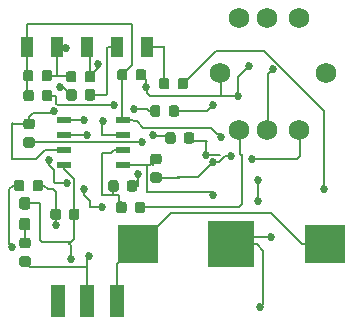
<source format=gtl>
G04 #@! TF.GenerationSoftware,KiCad,Pcbnew,(5.0.2)-1*
G04 #@! TF.CreationDate,2019-05-31T16:15:03-05:00*
G04 #@! TF.ProjectId,ppg,7070672e-6b69-4636-9164-5f7063625858,V01*
G04 #@! TF.SameCoordinates,Original*
G04 #@! TF.FileFunction,Copper,L1,Top*
G04 #@! TF.FilePolarity,Positive*
%FSLAX46Y46*%
G04 Gerber Fmt 4.6, Leading zero omitted, Abs format (unit mm)*
G04 Created by KiCad (PCBNEW (5.0.2)-1) date 5/31/2019 4:15:03 PM*
%MOMM*%
%LPD*%
G01*
G04 APERTURE LIST*
G04 #@! TA.AperFunction,Conductor*
%ADD10C,0.100000*%
G04 #@! TD*
G04 #@! TA.AperFunction,SMDPad,CuDef*
%ADD11C,0.875000*%
G04 #@! TD*
G04 #@! TA.AperFunction,SMDPad,CuDef*
%ADD12R,3.500000X3.300000*%
G04 #@! TD*
G04 #@! TA.AperFunction,SMDPad,CuDef*
%ADD13R,4.000000X4.000000*%
G04 #@! TD*
G04 #@! TA.AperFunction,SMDPad,CuDef*
%ADD14C,0.950000*%
G04 #@! TD*
G04 #@! TA.AperFunction,SMDPad,CuDef*
%ADD15R,1.250000X2.750000*%
G04 #@! TD*
G04 #@! TA.AperFunction,SMDPad,CuDef*
%ADD16R,1.200000X0.500000*%
G04 #@! TD*
G04 #@! TA.AperFunction,ComponentPad*
%ADD17C,1.750000*%
G04 #@! TD*
G04 #@! TA.AperFunction,SMDPad,CuDef*
%ADD18R,1.000000X1.750000*%
G04 #@! TD*
G04 #@! TA.AperFunction,ViaPad*
%ADD19C,0.685800*%
G04 #@! TD*
G04 #@! TA.AperFunction,Conductor*
%ADD20C,0.152400*%
G04 #@! TD*
G04 APERTURE END LIST*
D10*
G04 #@! TO.N,/BT_status*
G04 #@! TO.C,R12*
G36*
X116826191Y-107476053D02*
X116847426Y-107479203D01*
X116868250Y-107484419D01*
X116888462Y-107491651D01*
X116907868Y-107500830D01*
X116926281Y-107511866D01*
X116943524Y-107524654D01*
X116959430Y-107539070D01*
X116973846Y-107554976D01*
X116986634Y-107572219D01*
X116997670Y-107590632D01*
X117006849Y-107610038D01*
X117014081Y-107630250D01*
X117019297Y-107651074D01*
X117022447Y-107672309D01*
X117023500Y-107693750D01*
X117023500Y-108206250D01*
X117022447Y-108227691D01*
X117019297Y-108248926D01*
X117014081Y-108269750D01*
X117006849Y-108289962D01*
X116997670Y-108309368D01*
X116986634Y-108327781D01*
X116973846Y-108345024D01*
X116959430Y-108360930D01*
X116943524Y-108375346D01*
X116926281Y-108388134D01*
X116907868Y-108399170D01*
X116888462Y-108408349D01*
X116868250Y-108415581D01*
X116847426Y-108420797D01*
X116826191Y-108423947D01*
X116804750Y-108425000D01*
X116367250Y-108425000D01*
X116345809Y-108423947D01*
X116324574Y-108420797D01*
X116303750Y-108415581D01*
X116283538Y-108408349D01*
X116264132Y-108399170D01*
X116245719Y-108388134D01*
X116228476Y-108375346D01*
X116212570Y-108360930D01*
X116198154Y-108345024D01*
X116185366Y-108327781D01*
X116174330Y-108309368D01*
X116165151Y-108289962D01*
X116157919Y-108269750D01*
X116152703Y-108248926D01*
X116149553Y-108227691D01*
X116148500Y-108206250D01*
X116148500Y-107693750D01*
X116149553Y-107672309D01*
X116152703Y-107651074D01*
X116157919Y-107630250D01*
X116165151Y-107610038D01*
X116174330Y-107590632D01*
X116185366Y-107572219D01*
X116198154Y-107554976D01*
X116212570Y-107539070D01*
X116228476Y-107524654D01*
X116245719Y-107511866D01*
X116264132Y-107500830D01*
X116283538Y-107491651D01*
X116303750Y-107484419D01*
X116324574Y-107479203D01*
X116345809Y-107476053D01*
X116367250Y-107475000D01*
X116804750Y-107475000D01*
X116826191Y-107476053D01*
X116826191Y-107476053D01*
G37*
D11*
G04 #@! TD*
G04 #@! TO.P,R12,1*
G04 #@! TO.N,/BT_status*
X116586000Y-107950000D03*
D10*
G04 #@! TO.N,Net-(R12-Pad2)*
G04 #@! TO.C,R12*
G36*
X115251191Y-107476053D02*
X115272426Y-107479203D01*
X115293250Y-107484419D01*
X115313462Y-107491651D01*
X115332868Y-107500830D01*
X115351281Y-107511866D01*
X115368524Y-107524654D01*
X115384430Y-107539070D01*
X115398846Y-107554976D01*
X115411634Y-107572219D01*
X115422670Y-107590632D01*
X115431849Y-107610038D01*
X115439081Y-107630250D01*
X115444297Y-107651074D01*
X115447447Y-107672309D01*
X115448500Y-107693750D01*
X115448500Y-108206250D01*
X115447447Y-108227691D01*
X115444297Y-108248926D01*
X115439081Y-108269750D01*
X115431849Y-108289962D01*
X115422670Y-108309368D01*
X115411634Y-108327781D01*
X115398846Y-108345024D01*
X115384430Y-108360930D01*
X115368524Y-108375346D01*
X115351281Y-108388134D01*
X115332868Y-108399170D01*
X115313462Y-108408349D01*
X115293250Y-108415581D01*
X115272426Y-108420797D01*
X115251191Y-108423947D01*
X115229750Y-108425000D01*
X114792250Y-108425000D01*
X114770809Y-108423947D01*
X114749574Y-108420797D01*
X114728750Y-108415581D01*
X114708538Y-108408349D01*
X114689132Y-108399170D01*
X114670719Y-108388134D01*
X114653476Y-108375346D01*
X114637570Y-108360930D01*
X114623154Y-108345024D01*
X114610366Y-108327781D01*
X114599330Y-108309368D01*
X114590151Y-108289962D01*
X114582919Y-108269750D01*
X114577703Y-108248926D01*
X114574553Y-108227691D01*
X114573500Y-108206250D01*
X114573500Y-107693750D01*
X114574553Y-107672309D01*
X114577703Y-107651074D01*
X114582919Y-107630250D01*
X114590151Y-107610038D01*
X114599330Y-107590632D01*
X114610366Y-107572219D01*
X114623154Y-107554976D01*
X114637570Y-107539070D01*
X114653476Y-107524654D01*
X114670719Y-107511866D01*
X114689132Y-107500830D01*
X114708538Y-107491651D01*
X114728750Y-107484419D01*
X114749574Y-107479203D01*
X114770809Y-107476053D01*
X114792250Y-107475000D01*
X115229750Y-107475000D01*
X115251191Y-107476053D01*
X115251191Y-107476053D01*
G37*
D11*
G04 #@! TD*
G04 #@! TO.P,R12,2*
G04 #@! TO.N,Net-(R12-Pad2)*
X115011000Y-107950000D03*
D12*
G04 #@! TO.P,BT1,1*
G04 #@! TO.N,Net-(BT1-Pad1)*
X117110000Y-112890000D03*
X132910000Y-112890000D03*
D13*
G04 #@! TO.P,BT1,2*
G04 #@! TO.N,GND*
X125010000Y-112890000D03*
G04 #@! TD*
D10*
G04 #@! TO.N,/VDD*
G04 #@! TO.C,C2*
G36*
X108045191Y-98146053D02*
X108066426Y-98149203D01*
X108087250Y-98154419D01*
X108107462Y-98161651D01*
X108126868Y-98170830D01*
X108145281Y-98181866D01*
X108162524Y-98194654D01*
X108178430Y-98209070D01*
X108192846Y-98224976D01*
X108205634Y-98242219D01*
X108216670Y-98260632D01*
X108225849Y-98280038D01*
X108233081Y-98300250D01*
X108238297Y-98321074D01*
X108241447Y-98342309D01*
X108242500Y-98363750D01*
X108242500Y-98876250D01*
X108241447Y-98897691D01*
X108238297Y-98918926D01*
X108233081Y-98939750D01*
X108225849Y-98959962D01*
X108216670Y-98979368D01*
X108205634Y-98997781D01*
X108192846Y-99015024D01*
X108178430Y-99030930D01*
X108162524Y-99045346D01*
X108145281Y-99058134D01*
X108126868Y-99069170D01*
X108107462Y-99078349D01*
X108087250Y-99085581D01*
X108066426Y-99090797D01*
X108045191Y-99093947D01*
X108023750Y-99095000D01*
X107586250Y-99095000D01*
X107564809Y-99093947D01*
X107543574Y-99090797D01*
X107522750Y-99085581D01*
X107502538Y-99078349D01*
X107483132Y-99069170D01*
X107464719Y-99058134D01*
X107447476Y-99045346D01*
X107431570Y-99030930D01*
X107417154Y-99015024D01*
X107404366Y-98997781D01*
X107393330Y-98979368D01*
X107384151Y-98959962D01*
X107376919Y-98939750D01*
X107371703Y-98918926D01*
X107368553Y-98897691D01*
X107367500Y-98876250D01*
X107367500Y-98363750D01*
X107368553Y-98342309D01*
X107371703Y-98321074D01*
X107376919Y-98300250D01*
X107384151Y-98280038D01*
X107393330Y-98260632D01*
X107404366Y-98242219D01*
X107417154Y-98224976D01*
X107431570Y-98209070D01*
X107447476Y-98194654D01*
X107464719Y-98181866D01*
X107483132Y-98170830D01*
X107502538Y-98161651D01*
X107522750Y-98154419D01*
X107543574Y-98149203D01*
X107564809Y-98146053D01*
X107586250Y-98145000D01*
X108023750Y-98145000D01*
X108045191Y-98146053D01*
X108045191Y-98146053D01*
G37*
D11*
G04 #@! TD*
G04 #@! TO.P,C2,1*
G04 #@! TO.N,/VDD*
X107805000Y-98620000D03*
D10*
G04 #@! TO.N,GND*
G04 #@! TO.C,C2*
G36*
X109620191Y-98146053D02*
X109641426Y-98149203D01*
X109662250Y-98154419D01*
X109682462Y-98161651D01*
X109701868Y-98170830D01*
X109720281Y-98181866D01*
X109737524Y-98194654D01*
X109753430Y-98209070D01*
X109767846Y-98224976D01*
X109780634Y-98242219D01*
X109791670Y-98260632D01*
X109800849Y-98280038D01*
X109808081Y-98300250D01*
X109813297Y-98321074D01*
X109816447Y-98342309D01*
X109817500Y-98363750D01*
X109817500Y-98876250D01*
X109816447Y-98897691D01*
X109813297Y-98918926D01*
X109808081Y-98939750D01*
X109800849Y-98959962D01*
X109791670Y-98979368D01*
X109780634Y-98997781D01*
X109767846Y-99015024D01*
X109753430Y-99030930D01*
X109737524Y-99045346D01*
X109720281Y-99058134D01*
X109701868Y-99069170D01*
X109682462Y-99078349D01*
X109662250Y-99085581D01*
X109641426Y-99090797D01*
X109620191Y-99093947D01*
X109598750Y-99095000D01*
X109161250Y-99095000D01*
X109139809Y-99093947D01*
X109118574Y-99090797D01*
X109097750Y-99085581D01*
X109077538Y-99078349D01*
X109058132Y-99069170D01*
X109039719Y-99058134D01*
X109022476Y-99045346D01*
X109006570Y-99030930D01*
X108992154Y-99015024D01*
X108979366Y-98997781D01*
X108968330Y-98979368D01*
X108959151Y-98959962D01*
X108951919Y-98939750D01*
X108946703Y-98918926D01*
X108943553Y-98897691D01*
X108942500Y-98876250D01*
X108942500Y-98363750D01*
X108943553Y-98342309D01*
X108946703Y-98321074D01*
X108951919Y-98300250D01*
X108959151Y-98280038D01*
X108968330Y-98260632D01*
X108979366Y-98242219D01*
X108992154Y-98224976D01*
X109006570Y-98209070D01*
X109022476Y-98194654D01*
X109039719Y-98181866D01*
X109058132Y-98170830D01*
X109077538Y-98161651D01*
X109097750Y-98154419D01*
X109118574Y-98149203D01*
X109139809Y-98146053D01*
X109161250Y-98145000D01*
X109598750Y-98145000D01*
X109620191Y-98146053D01*
X109620191Y-98146053D01*
G37*
D11*
G04 #@! TD*
G04 #@! TO.P,C2,2*
G04 #@! TO.N,GND*
X109380000Y-98620000D03*
D10*
G04 #@! TO.N,/VDD*
G04 #@! TO.C,C3*
G36*
X116005191Y-98066053D02*
X116026426Y-98069203D01*
X116047250Y-98074419D01*
X116067462Y-98081651D01*
X116086868Y-98090830D01*
X116105281Y-98101866D01*
X116122524Y-98114654D01*
X116138430Y-98129070D01*
X116152846Y-98144976D01*
X116165634Y-98162219D01*
X116176670Y-98180632D01*
X116185849Y-98200038D01*
X116193081Y-98220250D01*
X116198297Y-98241074D01*
X116201447Y-98262309D01*
X116202500Y-98283750D01*
X116202500Y-98796250D01*
X116201447Y-98817691D01*
X116198297Y-98838926D01*
X116193081Y-98859750D01*
X116185849Y-98879962D01*
X116176670Y-98899368D01*
X116165634Y-98917781D01*
X116152846Y-98935024D01*
X116138430Y-98950930D01*
X116122524Y-98965346D01*
X116105281Y-98978134D01*
X116086868Y-98989170D01*
X116067462Y-98998349D01*
X116047250Y-99005581D01*
X116026426Y-99010797D01*
X116005191Y-99013947D01*
X115983750Y-99015000D01*
X115546250Y-99015000D01*
X115524809Y-99013947D01*
X115503574Y-99010797D01*
X115482750Y-99005581D01*
X115462538Y-98998349D01*
X115443132Y-98989170D01*
X115424719Y-98978134D01*
X115407476Y-98965346D01*
X115391570Y-98950930D01*
X115377154Y-98935024D01*
X115364366Y-98917781D01*
X115353330Y-98899368D01*
X115344151Y-98879962D01*
X115336919Y-98859750D01*
X115331703Y-98838926D01*
X115328553Y-98817691D01*
X115327500Y-98796250D01*
X115327500Y-98283750D01*
X115328553Y-98262309D01*
X115331703Y-98241074D01*
X115336919Y-98220250D01*
X115344151Y-98200038D01*
X115353330Y-98180632D01*
X115364366Y-98162219D01*
X115377154Y-98144976D01*
X115391570Y-98129070D01*
X115407476Y-98114654D01*
X115424719Y-98101866D01*
X115443132Y-98090830D01*
X115462538Y-98081651D01*
X115482750Y-98074419D01*
X115503574Y-98069203D01*
X115524809Y-98066053D01*
X115546250Y-98065000D01*
X115983750Y-98065000D01*
X116005191Y-98066053D01*
X116005191Y-98066053D01*
G37*
D11*
G04 #@! TD*
G04 #@! TO.P,C3,2*
G04 #@! TO.N,/VDD*
X115765000Y-98540000D03*
D10*
G04 #@! TO.N,GND*
G04 #@! TO.C,C3*
G36*
X117580191Y-98066053D02*
X117601426Y-98069203D01*
X117622250Y-98074419D01*
X117642462Y-98081651D01*
X117661868Y-98090830D01*
X117680281Y-98101866D01*
X117697524Y-98114654D01*
X117713430Y-98129070D01*
X117727846Y-98144976D01*
X117740634Y-98162219D01*
X117751670Y-98180632D01*
X117760849Y-98200038D01*
X117768081Y-98220250D01*
X117773297Y-98241074D01*
X117776447Y-98262309D01*
X117777500Y-98283750D01*
X117777500Y-98796250D01*
X117776447Y-98817691D01*
X117773297Y-98838926D01*
X117768081Y-98859750D01*
X117760849Y-98879962D01*
X117751670Y-98899368D01*
X117740634Y-98917781D01*
X117727846Y-98935024D01*
X117713430Y-98950930D01*
X117697524Y-98965346D01*
X117680281Y-98978134D01*
X117661868Y-98989170D01*
X117642462Y-98998349D01*
X117622250Y-99005581D01*
X117601426Y-99010797D01*
X117580191Y-99013947D01*
X117558750Y-99015000D01*
X117121250Y-99015000D01*
X117099809Y-99013947D01*
X117078574Y-99010797D01*
X117057750Y-99005581D01*
X117037538Y-98998349D01*
X117018132Y-98989170D01*
X116999719Y-98978134D01*
X116982476Y-98965346D01*
X116966570Y-98950930D01*
X116952154Y-98935024D01*
X116939366Y-98917781D01*
X116928330Y-98899368D01*
X116919151Y-98879962D01*
X116911919Y-98859750D01*
X116906703Y-98838926D01*
X116903553Y-98817691D01*
X116902500Y-98796250D01*
X116902500Y-98283750D01*
X116903553Y-98262309D01*
X116906703Y-98241074D01*
X116911919Y-98220250D01*
X116919151Y-98200038D01*
X116928330Y-98180632D01*
X116939366Y-98162219D01*
X116952154Y-98144976D01*
X116966570Y-98129070D01*
X116982476Y-98114654D01*
X116999719Y-98101866D01*
X117018132Y-98090830D01*
X117037538Y-98081651D01*
X117057750Y-98074419D01*
X117078574Y-98069203D01*
X117099809Y-98066053D01*
X117121250Y-98065000D01*
X117558750Y-98065000D01*
X117580191Y-98066053D01*
X117580191Y-98066053D01*
G37*
D11*
G04 #@! TD*
G04 #@! TO.P,C3,1*
G04 #@! TO.N,GND*
X117340000Y-98540000D03*
D10*
G04 #@! TO.N,GND*
G04 #@! TO.C,D1*
G36*
X107780779Y-108896144D02*
X107803834Y-108899563D01*
X107826443Y-108905227D01*
X107848387Y-108913079D01*
X107869457Y-108923044D01*
X107889448Y-108935026D01*
X107908168Y-108948910D01*
X107925438Y-108964562D01*
X107941090Y-108981832D01*
X107954974Y-109000552D01*
X107966956Y-109020543D01*
X107976921Y-109041613D01*
X107984773Y-109063557D01*
X107990437Y-109086166D01*
X107993856Y-109109221D01*
X107995000Y-109132500D01*
X107995000Y-109707500D01*
X107993856Y-109730779D01*
X107990437Y-109753834D01*
X107984773Y-109776443D01*
X107976921Y-109798387D01*
X107966956Y-109819457D01*
X107954974Y-109839448D01*
X107941090Y-109858168D01*
X107925438Y-109875438D01*
X107908168Y-109891090D01*
X107889448Y-109904974D01*
X107869457Y-109916956D01*
X107848387Y-109926921D01*
X107826443Y-109934773D01*
X107803834Y-109940437D01*
X107780779Y-109943856D01*
X107757500Y-109945000D01*
X107282500Y-109945000D01*
X107259221Y-109943856D01*
X107236166Y-109940437D01*
X107213557Y-109934773D01*
X107191613Y-109926921D01*
X107170543Y-109916956D01*
X107150552Y-109904974D01*
X107131832Y-109891090D01*
X107114562Y-109875438D01*
X107098910Y-109858168D01*
X107085026Y-109839448D01*
X107073044Y-109819457D01*
X107063079Y-109798387D01*
X107055227Y-109776443D01*
X107049563Y-109753834D01*
X107046144Y-109730779D01*
X107045000Y-109707500D01*
X107045000Y-109132500D01*
X107046144Y-109109221D01*
X107049563Y-109086166D01*
X107055227Y-109063557D01*
X107063079Y-109041613D01*
X107073044Y-109020543D01*
X107085026Y-109000552D01*
X107098910Y-108981832D01*
X107114562Y-108964562D01*
X107131832Y-108948910D01*
X107150552Y-108935026D01*
X107170543Y-108923044D01*
X107191613Y-108913079D01*
X107213557Y-108905227D01*
X107236166Y-108899563D01*
X107259221Y-108896144D01*
X107282500Y-108895000D01*
X107757500Y-108895000D01*
X107780779Y-108896144D01*
X107780779Y-108896144D01*
G37*
D14*
G04 #@! TD*
G04 #@! TO.P,D1,1*
G04 #@! TO.N,GND*
X107520000Y-109420000D03*
D10*
G04 #@! TO.N,Net-(D1-Pad2)*
G04 #@! TO.C,D1*
G36*
X107780779Y-110646144D02*
X107803834Y-110649563D01*
X107826443Y-110655227D01*
X107848387Y-110663079D01*
X107869457Y-110673044D01*
X107889448Y-110685026D01*
X107908168Y-110698910D01*
X107925438Y-110714562D01*
X107941090Y-110731832D01*
X107954974Y-110750552D01*
X107966956Y-110770543D01*
X107976921Y-110791613D01*
X107984773Y-110813557D01*
X107990437Y-110836166D01*
X107993856Y-110859221D01*
X107995000Y-110882500D01*
X107995000Y-111457500D01*
X107993856Y-111480779D01*
X107990437Y-111503834D01*
X107984773Y-111526443D01*
X107976921Y-111548387D01*
X107966956Y-111569457D01*
X107954974Y-111589448D01*
X107941090Y-111608168D01*
X107925438Y-111625438D01*
X107908168Y-111641090D01*
X107889448Y-111654974D01*
X107869457Y-111666956D01*
X107848387Y-111676921D01*
X107826443Y-111684773D01*
X107803834Y-111690437D01*
X107780779Y-111693856D01*
X107757500Y-111695000D01*
X107282500Y-111695000D01*
X107259221Y-111693856D01*
X107236166Y-111690437D01*
X107213557Y-111684773D01*
X107191613Y-111676921D01*
X107170543Y-111666956D01*
X107150552Y-111654974D01*
X107131832Y-111641090D01*
X107114562Y-111625438D01*
X107098910Y-111608168D01*
X107085026Y-111589448D01*
X107073044Y-111569457D01*
X107063079Y-111548387D01*
X107055227Y-111526443D01*
X107049563Y-111503834D01*
X107046144Y-111480779D01*
X107045000Y-111457500D01*
X107045000Y-110882500D01*
X107046144Y-110859221D01*
X107049563Y-110836166D01*
X107055227Y-110813557D01*
X107063079Y-110791613D01*
X107073044Y-110770543D01*
X107085026Y-110750552D01*
X107098910Y-110731832D01*
X107114562Y-110714562D01*
X107131832Y-110698910D01*
X107150552Y-110685026D01*
X107170543Y-110673044D01*
X107191613Y-110663079D01*
X107213557Y-110655227D01*
X107236166Y-110649563D01*
X107259221Y-110646144D01*
X107282500Y-110645000D01*
X107757500Y-110645000D01*
X107780779Y-110646144D01*
X107780779Y-110646144D01*
G37*
D14*
G04 #@! TD*
G04 #@! TO.P,D1,2*
G04 #@! TO.N,Net-(D1-Pad2)*
X107520000Y-111170000D03*
D10*
G04 #@! TO.N,GND*
G04 #@! TO.C,D2*
G36*
X121652191Y-103412053D02*
X121673426Y-103415203D01*
X121694250Y-103420419D01*
X121714462Y-103427651D01*
X121733868Y-103436830D01*
X121752281Y-103447866D01*
X121769524Y-103460654D01*
X121785430Y-103475070D01*
X121799846Y-103490976D01*
X121812634Y-103508219D01*
X121823670Y-103526632D01*
X121832849Y-103546038D01*
X121840081Y-103566250D01*
X121845297Y-103587074D01*
X121848447Y-103608309D01*
X121849500Y-103629750D01*
X121849500Y-104142250D01*
X121848447Y-104163691D01*
X121845297Y-104184926D01*
X121840081Y-104205750D01*
X121832849Y-104225962D01*
X121823670Y-104245368D01*
X121812634Y-104263781D01*
X121799846Y-104281024D01*
X121785430Y-104296930D01*
X121769524Y-104311346D01*
X121752281Y-104324134D01*
X121733868Y-104335170D01*
X121714462Y-104344349D01*
X121694250Y-104351581D01*
X121673426Y-104356797D01*
X121652191Y-104359947D01*
X121630750Y-104361000D01*
X121193250Y-104361000D01*
X121171809Y-104359947D01*
X121150574Y-104356797D01*
X121129750Y-104351581D01*
X121109538Y-104344349D01*
X121090132Y-104335170D01*
X121071719Y-104324134D01*
X121054476Y-104311346D01*
X121038570Y-104296930D01*
X121024154Y-104281024D01*
X121011366Y-104263781D01*
X121000330Y-104245368D01*
X120991151Y-104225962D01*
X120983919Y-104205750D01*
X120978703Y-104184926D01*
X120975553Y-104163691D01*
X120974500Y-104142250D01*
X120974500Y-103629750D01*
X120975553Y-103608309D01*
X120978703Y-103587074D01*
X120983919Y-103566250D01*
X120991151Y-103546038D01*
X121000330Y-103526632D01*
X121011366Y-103508219D01*
X121024154Y-103490976D01*
X121038570Y-103475070D01*
X121054476Y-103460654D01*
X121071719Y-103447866D01*
X121090132Y-103436830D01*
X121109538Y-103427651D01*
X121129750Y-103420419D01*
X121150574Y-103415203D01*
X121171809Y-103412053D01*
X121193250Y-103411000D01*
X121630750Y-103411000D01*
X121652191Y-103412053D01*
X121652191Y-103412053D01*
G37*
D11*
G04 #@! TD*
G04 #@! TO.P,D2,1*
G04 #@! TO.N,GND*
X121412000Y-103886000D03*
D10*
G04 #@! TO.N,Net-(D2-Pad2)*
G04 #@! TO.C,D2*
G36*
X120077191Y-103412053D02*
X120098426Y-103415203D01*
X120119250Y-103420419D01*
X120139462Y-103427651D01*
X120158868Y-103436830D01*
X120177281Y-103447866D01*
X120194524Y-103460654D01*
X120210430Y-103475070D01*
X120224846Y-103490976D01*
X120237634Y-103508219D01*
X120248670Y-103526632D01*
X120257849Y-103546038D01*
X120265081Y-103566250D01*
X120270297Y-103587074D01*
X120273447Y-103608309D01*
X120274500Y-103629750D01*
X120274500Y-104142250D01*
X120273447Y-104163691D01*
X120270297Y-104184926D01*
X120265081Y-104205750D01*
X120257849Y-104225962D01*
X120248670Y-104245368D01*
X120237634Y-104263781D01*
X120224846Y-104281024D01*
X120210430Y-104296930D01*
X120194524Y-104311346D01*
X120177281Y-104324134D01*
X120158868Y-104335170D01*
X120139462Y-104344349D01*
X120119250Y-104351581D01*
X120098426Y-104356797D01*
X120077191Y-104359947D01*
X120055750Y-104361000D01*
X119618250Y-104361000D01*
X119596809Y-104359947D01*
X119575574Y-104356797D01*
X119554750Y-104351581D01*
X119534538Y-104344349D01*
X119515132Y-104335170D01*
X119496719Y-104324134D01*
X119479476Y-104311346D01*
X119463570Y-104296930D01*
X119449154Y-104281024D01*
X119436366Y-104263781D01*
X119425330Y-104245368D01*
X119416151Y-104225962D01*
X119408919Y-104205750D01*
X119403703Y-104184926D01*
X119400553Y-104163691D01*
X119399500Y-104142250D01*
X119399500Y-103629750D01*
X119400553Y-103608309D01*
X119403703Y-103587074D01*
X119408919Y-103566250D01*
X119416151Y-103546038D01*
X119425330Y-103526632D01*
X119436366Y-103508219D01*
X119449154Y-103490976D01*
X119463570Y-103475070D01*
X119479476Y-103460654D01*
X119496719Y-103447866D01*
X119515132Y-103436830D01*
X119534538Y-103427651D01*
X119554750Y-103420419D01*
X119575574Y-103415203D01*
X119596809Y-103412053D01*
X119618250Y-103411000D01*
X120055750Y-103411000D01*
X120077191Y-103412053D01*
X120077191Y-103412053D01*
G37*
D11*
G04 #@! TD*
G04 #@! TO.P,D2,2*
G04 #@! TO.N,Net-(D2-Pad2)*
X119837000Y-103886000D03*
D10*
G04 #@! TO.N,/VDD*
G04 #@! TO.C,R2*
G36*
X107807691Y-113903553D02*
X107828926Y-113906703D01*
X107849750Y-113911919D01*
X107869962Y-113919151D01*
X107889368Y-113928330D01*
X107907781Y-113939366D01*
X107925024Y-113952154D01*
X107940930Y-113966570D01*
X107955346Y-113982476D01*
X107968134Y-113999719D01*
X107979170Y-114018132D01*
X107988349Y-114037538D01*
X107995581Y-114057750D01*
X108000797Y-114078574D01*
X108003947Y-114099809D01*
X108005000Y-114121250D01*
X108005000Y-114558750D01*
X108003947Y-114580191D01*
X108000797Y-114601426D01*
X107995581Y-114622250D01*
X107988349Y-114642462D01*
X107979170Y-114661868D01*
X107968134Y-114680281D01*
X107955346Y-114697524D01*
X107940930Y-114713430D01*
X107925024Y-114727846D01*
X107907781Y-114740634D01*
X107889368Y-114751670D01*
X107869962Y-114760849D01*
X107849750Y-114768081D01*
X107828926Y-114773297D01*
X107807691Y-114776447D01*
X107786250Y-114777500D01*
X107273750Y-114777500D01*
X107252309Y-114776447D01*
X107231074Y-114773297D01*
X107210250Y-114768081D01*
X107190038Y-114760849D01*
X107170632Y-114751670D01*
X107152219Y-114740634D01*
X107134976Y-114727846D01*
X107119070Y-114713430D01*
X107104654Y-114697524D01*
X107091866Y-114680281D01*
X107080830Y-114661868D01*
X107071651Y-114642462D01*
X107064419Y-114622250D01*
X107059203Y-114601426D01*
X107056053Y-114580191D01*
X107055000Y-114558750D01*
X107055000Y-114121250D01*
X107056053Y-114099809D01*
X107059203Y-114078574D01*
X107064419Y-114057750D01*
X107071651Y-114037538D01*
X107080830Y-114018132D01*
X107091866Y-113999719D01*
X107104654Y-113982476D01*
X107119070Y-113966570D01*
X107134976Y-113952154D01*
X107152219Y-113939366D01*
X107170632Y-113928330D01*
X107190038Y-113919151D01*
X107210250Y-113911919D01*
X107231074Y-113906703D01*
X107252309Y-113903553D01*
X107273750Y-113902500D01*
X107786250Y-113902500D01*
X107807691Y-113903553D01*
X107807691Y-113903553D01*
G37*
D11*
G04 #@! TD*
G04 #@! TO.P,R2,2*
G04 #@! TO.N,/VDD*
X107530000Y-114340000D03*
D10*
G04 #@! TO.N,Net-(D1-Pad2)*
G04 #@! TO.C,R2*
G36*
X107807691Y-112328553D02*
X107828926Y-112331703D01*
X107849750Y-112336919D01*
X107869962Y-112344151D01*
X107889368Y-112353330D01*
X107907781Y-112364366D01*
X107925024Y-112377154D01*
X107940930Y-112391570D01*
X107955346Y-112407476D01*
X107968134Y-112424719D01*
X107979170Y-112443132D01*
X107988349Y-112462538D01*
X107995581Y-112482750D01*
X108000797Y-112503574D01*
X108003947Y-112524809D01*
X108005000Y-112546250D01*
X108005000Y-112983750D01*
X108003947Y-113005191D01*
X108000797Y-113026426D01*
X107995581Y-113047250D01*
X107988349Y-113067462D01*
X107979170Y-113086868D01*
X107968134Y-113105281D01*
X107955346Y-113122524D01*
X107940930Y-113138430D01*
X107925024Y-113152846D01*
X107907781Y-113165634D01*
X107889368Y-113176670D01*
X107869962Y-113185849D01*
X107849750Y-113193081D01*
X107828926Y-113198297D01*
X107807691Y-113201447D01*
X107786250Y-113202500D01*
X107273750Y-113202500D01*
X107252309Y-113201447D01*
X107231074Y-113198297D01*
X107210250Y-113193081D01*
X107190038Y-113185849D01*
X107170632Y-113176670D01*
X107152219Y-113165634D01*
X107134976Y-113152846D01*
X107119070Y-113138430D01*
X107104654Y-113122524D01*
X107091866Y-113105281D01*
X107080830Y-113086868D01*
X107071651Y-113067462D01*
X107064419Y-113047250D01*
X107059203Y-113026426D01*
X107056053Y-113005191D01*
X107055000Y-112983750D01*
X107055000Y-112546250D01*
X107056053Y-112524809D01*
X107059203Y-112503574D01*
X107064419Y-112482750D01*
X107071651Y-112462538D01*
X107080830Y-112443132D01*
X107091866Y-112424719D01*
X107104654Y-112407476D01*
X107119070Y-112391570D01*
X107134976Y-112377154D01*
X107152219Y-112364366D01*
X107170632Y-112353330D01*
X107190038Y-112344151D01*
X107210250Y-112336919D01*
X107231074Y-112331703D01*
X107252309Y-112328553D01*
X107273750Y-112327500D01*
X107786250Y-112327500D01*
X107807691Y-112328553D01*
X107807691Y-112328553D01*
G37*
D11*
G04 #@! TD*
G04 #@! TO.P,R2,1*
G04 #@! TO.N,Net-(D1-Pad2)*
X107530000Y-112765000D03*
D10*
G04 #@! TO.N,Net-(R3-Pad1)*
G04 #@! TO.C,R3*
G36*
X107280191Y-107446053D02*
X107301426Y-107449203D01*
X107322250Y-107454419D01*
X107342462Y-107461651D01*
X107361868Y-107470830D01*
X107380281Y-107481866D01*
X107397524Y-107494654D01*
X107413430Y-107509070D01*
X107427846Y-107524976D01*
X107440634Y-107542219D01*
X107451670Y-107560632D01*
X107460849Y-107580038D01*
X107468081Y-107600250D01*
X107473297Y-107621074D01*
X107476447Y-107642309D01*
X107477500Y-107663750D01*
X107477500Y-108176250D01*
X107476447Y-108197691D01*
X107473297Y-108218926D01*
X107468081Y-108239750D01*
X107460849Y-108259962D01*
X107451670Y-108279368D01*
X107440634Y-108297781D01*
X107427846Y-108315024D01*
X107413430Y-108330930D01*
X107397524Y-108345346D01*
X107380281Y-108358134D01*
X107361868Y-108369170D01*
X107342462Y-108378349D01*
X107322250Y-108385581D01*
X107301426Y-108390797D01*
X107280191Y-108393947D01*
X107258750Y-108395000D01*
X106821250Y-108395000D01*
X106799809Y-108393947D01*
X106778574Y-108390797D01*
X106757750Y-108385581D01*
X106737538Y-108378349D01*
X106718132Y-108369170D01*
X106699719Y-108358134D01*
X106682476Y-108345346D01*
X106666570Y-108330930D01*
X106652154Y-108315024D01*
X106639366Y-108297781D01*
X106628330Y-108279368D01*
X106619151Y-108259962D01*
X106611919Y-108239750D01*
X106606703Y-108218926D01*
X106603553Y-108197691D01*
X106602500Y-108176250D01*
X106602500Y-107663750D01*
X106603553Y-107642309D01*
X106606703Y-107621074D01*
X106611919Y-107600250D01*
X106619151Y-107580038D01*
X106628330Y-107560632D01*
X106639366Y-107542219D01*
X106652154Y-107524976D01*
X106666570Y-107509070D01*
X106682476Y-107494654D01*
X106699719Y-107481866D01*
X106718132Y-107470830D01*
X106737538Y-107461651D01*
X106757750Y-107454419D01*
X106778574Y-107449203D01*
X106799809Y-107446053D01*
X106821250Y-107445000D01*
X107258750Y-107445000D01*
X107280191Y-107446053D01*
X107280191Y-107446053D01*
G37*
D11*
G04 #@! TD*
G04 #@! TO.P,R3,1*
G04 #@! TO.N,Net-(R3-Pad1)*
X107040000Y-107920000D03*
D10*
G04 #@! TO.N,Net-(R3-Pad2)*
G04 #@! TO.C,R3*
G36*
X108855191Y-107446053D02*
X108876426Y-107449203D01*
X108897250Y-107454419D01*
X108917462Y-107461651D01*
X108936868Y-107470830D01*
X108955281Y-107481866D01*
X108972524Y-107494654D01*
X108988430Y-107509070D01*
X109002846Y-107524976D01*
X109015634Y-107542219D01*
X109026670Y-107560632D01*
X109035849Y-107580038D01*
X109043081Y-107600250D01*
X109048297Y-107621074D01*
X109051447Y-107642309D01*
X109052500Y-107663750D01*
X109052500Y-108176250D01*
X109051447Y-108197691D01*
X109048297Y-108218926D01*
X109043081Y-108239750D01*
X109035849Y-108259962D01*
X109026670Y-108279368D01*
X109015634Y-108297781D01*
X109002846Y-108315024D01*
X108988430Y-108330930D01*
X108972524Y-108345346D01*
X108955281Y-108358134D01*
X108936868Y-108369170D01*
X108917462Y-108378349D01*
X108897250Y-108385581D01*
X108876426Y-108390797D01*
X108855191Y-108393947D01*
X108833750Y-108395000D01*
X108396250Y-108395000D01*
X108374809Y-108393947D01*
X108353574Y-108390797D01*
X108332750Y-108385581D01*
X108312538Y-108378349D01*
X108293132Y-108369170D01*
X108274719Y-108358134D01*
X108257476Y-108345346D01*
X108241570Y-108330930D01*
X108227154Y-108315024D01*
X108214366Y-108297781D01*
X108203330Y-108279368D01*
X108194151Y-108259962D01*
X108186919Y-108239750D01*
X108181703Y-108218926D01*
X108178553Y-108197691D01*
X108177500Y-108176250D01*
X108177500Y-107663750D01*
X108178553Y-107642309D01*
X108181703Y-107621074D01*
X108186919Y-107600250D01*
X108194151Y-107580038D01*
X108203330Y-107560632D01*
X108214366Y-107542219D01*
X108227154Y-107524976D01*
X108241570Y-107509070D01*
X108257476Y-107494654D01*
X108274719Y-107481866D01*
X108293132Y-107470830D01*
X108312538Y-107461651D01*
X108332750Y-107454419D01*
X108353574Y-107449203D01*
X108374809Y-107446053D01*
X108396250Y-107445000D01*
X108833750Y-107445000D01*
X108855191Y-107446053D01*
X108855191Y-107446053D01*
G37*
D11*
G04 #@! TD*
G04 #@! TO.P,R3,2*
G04 #@! TO.N,Net-(R3-Pad2)*
X108615000Y-107920000D03*
D10*
G04 #@! TO.N,GND*
G04 #@! TO.C,R4*
G36*
X111935191Y-109876053D02*
X111956426Y-109879203D01*
X111977250Y-109884419D01*
X111997462Y-109891651D01*
X112016868Y-109900830D01*
X112035281Y-109911866D01*
X112052524Y-109924654D01*
X112068430Y-109939070D01*
X112082846Y-109954976D01*
X112095634Y-109972219D01*
X112106670Y-109990632D01*
X112115849Y-110010038D01*
X112123081Y-110030250D01*
X112128297Y-110051074D01*
X112131447Y-110072309D01*
X112132500Y-110093750D01*
X112132500Y-110606250D01*
X112131447Y-110627691D01*
X112128297Y-110648926D01*
X112123081Y-110669750D01*
X112115849Y-110689962D01*
X112106670Y-110709368D01*
X112095634Y-110727781D01*
X112082846Y-110745024D01*
X112068430Y-110760930D01*
X112052524Y-110775346D01*
X112035281Y-110788134D01*
X112016868Y-110799170D01*
X111997462Y-110808349D01*
X111977250Y-110815581D01*
X111956426Y-110820797D01*
X111935191Y-110823947D01*
X111913750Y-110825000D01*
X111476250Y-110825000D01*
X111454809Y-110823947D01*
X111433574Y-110820797D01*
X111412750Y-110815581D01*
X111392538Y-110808349D01*
X111373132Y-110799170D01*
X111354719Y-110788134D01*
X111337476Y-110775346D01*
X111321570Y-110760930D01*
X111307154Y-110745024D01*
X111294366Y-110727781D01*
X111283330Y-110709368D01*
X111274151Y-110689962D01*
X111266919Y-110669750D01*
X111261703Y-110648926D01*
X111258553Y-110627691D01*
X111257500Y-110606250D01*
X111257500Y-110093750D01*
X111258553Y-110072309D01*
X111261703Y-110051074D01*
X111266919Y-110030250D01*
X111274151Y-110010038D01*
X111283330Y-109990632D01*
X111294366Y-109972219D01*
X111307154Y-109954976D01*
X111321570Y-109939070D01*
X111337476Y-109924654D01*
X111354719Y-109911866D01*
X111373132Y-109900830D01*
X111392538Y-109891651D01*
X111412750Y-109884419D01*
X111433574Y-109879203D01*
X111454809Y-109876053D01*
X111476250Y-109875000D01*
X111913750Y-109875000D01*
X111935191Y-109876053D01*
X111935191Y-109876053D01*
G37*
D11*
G04 #@! TD*
G04 #@! TO.P,R4,1*
G04 #@! TO.N,GND*
X111695000Y-110350000D03*
D10*
G04 #@! TO.N,Net-(R3-Pad2)*
G04 #@! TO.C,R4*
G36*
X110360191Y-109876053D02*
X110381426Y-109879203D01*
X110402250Y-109884419D01*
X110422462Y-109891651D01*
X110441868Y-109900830D01*
X110460281Y-109911866D01*
X110477524Y-109924654D01*
X110493430Y-109939070D01*
X110507846Y-109954976D01*
X110520634Y-109972219D01*
X110531670Y-109990632D01*
X110540849Y-110010038D01*
X110548081Y-110030250D01*
X110553297Y-110051074D01*
X110556447Y-110072309D01*
X110557500Y-110093750D01*
X110557500Y-110606250D01*
X110556447Y-110627691D01*
X110553297Y-110648926D01*
X110548081Y-110669750D01*
X110540849Y-110689962D01*
X110531670Y-110709368D01*
X110520634Y-110727781D01*
X110507846Y-110745024D01*
X110493430Y-110760930D01*
X110477524Y-110775346D01*
X110460281Y-110788134D01*
X110441868Y-110799170D01*
X110422462Y-110808349D01*
X110402250Y-110815581D01*
X110381426Y-110820797D01*
X110360191Y-110823947D01*
X110338750Y-110825000D01*
X109901250Y-110825000D01*
X109879809Y-110823947D01*
X109858574Y-110820797D01*
X109837750Y-110815581D01*
X109817538Y-110808349D01*
X109798132Y-110799170D01*
X109779719Y-110788134D01*
X109762476Y-110775346D01*
X109746570Y-110760930D01*
X109732154Y-110745024D01*
X109719366Y-110727781D01*
X109708330Y-110709368D01*
X109699151Y-110689962D01*
X109691919Y-110669750D01*
X109686703Y-110648926D01*
X109683553Y-110627691D01*
X109682500Y-110606250D01*
X109682500Y-110093750D01*
X109683553Y-110072309D01*
X109686703Y-110051074D01*
X109691919Y-110030250D01*
X109699151Y-110010038D01*
X109708330Y-109990632D01*
X109719366Y-109972219D01*
X109732154Y-109954976D01*
X109746570Y-109939070D01*
X109762476Y-109924654D01*
X109779719Y-109911866D01*
X109798132Y-109900830D01*
X109817538Y-109891651D01*
X109837750Y-109884419D01*
X109858574Y-109879203D01*
X109879809Y-109876053D01*
X109901250Y-109875000D01*
X110338750Y-109875000D01*
X110360191Y-109876053D01*
X110360191Y-109876053D01*
G37*
D11*
G04 #@! TD*
G04 #@! TO.P,R4,2*
G04 #@! TO.N,Net-(R3-Pad2)*
X110120000Y-110350000D03*
D10*
G04 #@! TO.N,/SCL*
G04 #@! TO.C,R5*
G36*
X108147691Y-103823553D02*
X108168926Y-103826703D01*
X108189750Y-103831919D01*
X108209962Y-103839151D01*
X108229368Y-103848330D01*
X108247781Y-103859366D01*
X108265024Y-103872154D01*
X108280930Y-103886570D01*
X108295346Y-103902476D01*
X108308134Y-103919719D01*
X108319170Y-103938132D01*
X108328349Y-103957538D01*
X108335581Y-103977750D01*
X108340797Y-103998574D01*
X108343947Y-104019809D01*
X108345000Y-104041250D01*
X108345000Y-104478750D01*
X108343947Y-104500191D01*
X108340797Y-104521426D01*
X108335581Y-104542250D01*
X108328349Y-104562462D01*
X108319170Y-104581868D01*
X108308134Y-104600281D01*
X108295346Y-104617524D01*
X108280930Y-104633430D01*
X108265024Y-104647846D01*
X108247781Y-104660634D01*
X108229368Y-104671670D01*
X108209962Y-104680849D01*
X108189750Y-104688081D01*
X108168926Y-104693297D01*
X108147691Y-104696447D01*
X108126250Y-104697500D01*
X107613750Y-104697500D01*
X107592309Y-104696447D01*
X107571074Y-104693297D01*
X107550250Y-104688081D01*
X107530038Y-104680849D01*
X107510632Y-104671670D01*
X107492219Y-104660634D01*
X107474976Y-104647846D01*
X107459070Y-104633430D01*
X107444654Y-104617524D01*
X107431866Y-104600281D01*
X107420830Y-104581868D01*
X107411651Y-104562462D01*
X107404419Y-104542250D01*
X107399203Y-104521426D01*
X107396053Y-104500191D01*
X107395000Y-104478750D01*
X107395000Y-104041250D01*
X107396053Y-104019809D01*
X107399203Y-103998574D01*
X107404419Y-103977750D01*
X107411651Y-103957538D01*
X107420830Y-103938132D01*
X107431866Y-103919719D01*
X107444654Y-103902476D01*
X107459070Y-103886570D01*
X107474976Y-103872154D01*
X107492219Y-103859366D01*
X107510632Y-103848330D01*
X107530038Y-103839151D01*
X107550250Y-103831919D01*
X107571074Y-103826703D01*
X107592309Y-103823553D01*
X107613750Y-103822500D01*
X108126250Y-103822500D01*
X108147691Y-103823553D01*
X108147691Y-103823553D01*
G37*
D11*
G04 #@! TD*
G04 #@! TO.P,R5,1*
G04 #@! TO.N,/SCL*
X107870000Y-104260000D03*
D10*
G04 #@! TO.N,Net-(R10-Pad1)*
G04 #@! TO.C,R5*
G36*
X108147691Y-102248553D02*
X108168926Y-102251703D01*
X108189750Y-102256919D01*
X108209962Y-102264151D01*
X108229368Y-102273330D01*
X108247781Y-102284366D01*
X108265024Y-102297154D01*
X108280930Y-102311570D01*
X108295346Y-102327476D01*
X108308134Y-102344719D01*
X108319170Y-102363132D01*
X108328349Y-102382538D01*
X108335581Y-102402750D01*
X108340797Y-102423574D01*
X108343947Y-102444809D01*
X108345000Y-102466250D01*
X108345000Y-102903750D01*
X108343947Y-102925191D01*
X108340797Y-102946426D01*
X108335581Y-102967250D01*
X108328349Y-102987462D01*
X108319170Y-103006868D01*
X108308134Y-103025281D01*
X108295346Y-103042524D01*
X108280930Y-103058430D01*
X108265024Y-103072846D01*
X108247781Y-103085634D01*
X108229368Y-103096670D01*
X108209962Y-103105849D01*
X108189750Y-103113081D01*
X108168926Y-103118297D01*
X108147691Y-103121447D01*
X108126250Y-103122500D01*
X107613750Y-103122500D01*
X107592309Y-103121447D01*
X107571074Y-103118297D01*
X107550250Y-103113081D01*
X107530038Y-103105849D01*
X107510632Y-103096670D01*
X107492219Y-103085634D01*
X107474976Y-103072846D01*
X107459070Y-103058430D01*
X107444654Y-103042524D01*
X107431866Y-103025281D01*
X107420830Y-103006868D01*
X107411651Y-102987462D01*
X107404419Y-102967250D01*
X107399203Y-102946426D01*
X107396053Y-102925191D01*
X107395000Y-102903750D01*
X107395000Y-102466250D01*
X107396053Y-102444809D01*
X107399203Y-102423574D01*
X107404419Y-102402750D01*
X107411651Y-102382538D01*
X107420830Y-102363132D01*
X107431866Y-102344719D01*
X107444654Y-102327476D01*
X107459070Y-102311570D01*
X107474976Y-102297154D01*
X107492219Y-102284366D01*
X107510632Y-102273330D01*
X107530038Y-102264151D01*
X107550250Y-102256919D01*
X107571074Y-102251703D01*
X107592309Y-102248553D01*
X107613750Y-102247500D01*
X108126250Y-102247500D01*
X108147691Y-102248553D01*
X108147691Y-102248553D01*
G37*
D11*
G04 #@! TD*
G04 #@! TO.P,R5,2*
G04 #@! TO.N,Net-(R10-Pad1)*
X107870000Y-102685000D03*
D10*
G04 #@! TO.N,Net-(R11-Pad2)*
G04 #@! TO.C,R6*
G36*
X118895691Y-105227553D02*
X118916926Y-105230703D01*
X118937750Y-105235919D01*
X118957962Y-105243151D01*
X118977368Y-105252330D01*
X118995781Y-105263366D01*
X119013024Y-105276154D01*
X119028930Y-105290570D01*
X119043346Y-105306476D01*
X119056134Y-105323719D01*
X119067170Y-105342132D01*
X119076349Y-105361538D01*
X119083581Y-105381750D01*
X119088797Y-105402574D01*
X119091947Y-105423809D01*
X119093000Y-105445250D01*
X119093000Y-105882750D01*
X119091947Y-105904191D01*
X119088797Y-105925426D01*
X119083581Y-105946250D01*
X119076349Y-105966462D01*
X119067170Y-105985868D01*
X119056134Y-106004281D01*
X119043346Y-106021524D01*
X119028930Y-106037430D01*
X119013024Y-106051846D01*
X118995781Y-106064634D01*
X118977368Y-106075670D01*
X118957962Y-106084849D01*
X118937750Y-106092081D01*
X118916926Y-106097297D01*
X118895691Y-106100447D01*
X118874250Y-106101500D01*
X118361750Y-106101500D01*
X118340309Y-106100447D01*
X118319074Y-106097297D01*
X118298250Y-106092081D01*
X118278038Y-106084849D01*
X118258632Y-106075670D01*
X118240219Y-106064634D01*
X118222976Y-106051846D01*
X118207070Y-106037430D01*
X118192654Y-106021524D01*
X118179866Y-106004281D01*
X118168830Y-105985868D01*
X118159651Y-105966462D01*
X118152419Y-105946250D01*
X118147203Y-105925426D01*
X118144053Y-105904191D01*
X118143000Y-105882750D01*
X118143000Y-105445250D01*
X118144053Y-105423809D01*
X118147203Y-105402574D01*
X118152419Y-105381750D01*
X118159651Y-105361538D01*
X118168830Y-105342132D01*
X118179866Y-105323719D01*
X118192654Y-105306476D01*
X118207070Y-105290570D01*
X118222976Y-105276154D01*
X118240219Y-105263366D01*
X118258632Y-105252330D01*
X118278038Y-105243151D01*
X118298250Y-105235919D01*
X118319074Y-105230703D01*
X118340309Y-105227553D01*
X118361750Y-105226500D01*
X118874250Y-105226500D01*
X118895691Y-105227553D01*
X118895691Y-105227553D01*
G37*
D11*
G04 #@! TD*
G04 #@! TO.P,R6,2*
G04 #@! TO.N,Net-(R11-Pad2)*
X118618000Y-105664000D03*
D10*
G04 #@! TO.N,/SDA*
G04 #@! TO.C,R6*
G36*
X118895691Y-106802553D02*
X118916926Y-106805703D01*
X118937750Y-106810919D01*
X118957962Y-106818151D01*
X118977368Y-106827330D01*
X118995781Y-106838366D01*
X119013024Y-106851154D01*
X119028930Y-106865570D01*
X119043346Y-106881476D01*
X119056134Y-106898719D01*
X119067170Y-106917132D01*
X119076349Y-106936538D01*
X119083581Y-106956750D01*
X119088797Y-106977574D01*
X119091947Y-106998809D01*
X119093000Y-107020250D01*
X119093000Y-107457750D01*
X119091947Y-107479191D01*
X119088797Y-107500426D01*
X119083581Y-107521250D01*
X119076349Y-107541462D01*
X119067170Y-107560868D01*
X119056134Y-107579281D01*
X119043346Y-107596524D01*
X119028930Y-107612430D01*
X119013024Y-107626846D01*
X118995781Y-107639634D01*
X118977368Y-107650670D01*
X118957962Y-107659849D01*
X118937750Y-107667081D01*
X118916926Y-107672297D01*
X118895691Y-107675447D01*
X118874250Y-107676500D01*
X118361750Y-107676500D01*
X118340309Y-107675447D01*
X118319074Y-107672297D01*
X118298250Y-107667081D01*
X118278038Y-107659849D01*
X118258632Y-107650670D01*
X118240219Y-107639634D01*
X118222976Y-107626846D01*
X118207070Y-107612430D01*
X118192654Y-107596524D01*
X118179866Y-107579281D01*
X118168830Y-107560868D01*
X118159651Y-107541462D01*
X118152419Y-107521250D01*
X118147203Y-107500426D01*
X118144053Y-107479191D01*
X118143000Y-107457750D01*
X118143000Y-107020250D01*
X118144053Y-106998809D01*
X118147203Y-106977574D01*
X118152419Y-106956750D01*
X118159651Y-106936538D01*
X118168830Y-106917132D01*
X118179866Y-106898719D01*
X118192654Y-106881476D01*
X118207070Y-106865570D01*
X118222976Y-106851154D01*
X118240219Y-106838366D01*
X118258632Y-106827330D01*
X118278038Y-106818151D01*
X118298250Y-106810919D01*
X118319074Y-106805703D01*
X118340309Y-106802553D01*
X118361750Y-106801500D01*
X118874250Y-106801500D01*
X118895691Y-106802553D01*
X118895691Y-106802553D01*
G37*
D11*
G04 #@! TD*
G04 #@! TO.P,R6,1*
G04 #@! TO.N,/SDA*
X118618000Y-107239000D03*
D10*
G04 #@! TO.N,/VDD*
G04 #@! TO.C,R7*
G36*
X108075191Y-99826053D02*
X108096426Y-99829203D01*
X108117250Y-99834419D01*
X108137462Y-99841651D01*
X108156868Y-99850830D01*
X108175281Y-99861866D01*
X108192524Y-99874654D01*
X108208430Y-99889070D01*
X108222846Y-99904976D01*
X108235634Y-99922219D01*
X108246670Y-99940632D01*
X108255849Y-99960038D01*
X108263081Y-99980250D01*
X108268297Y-100001074D01*
X108271447Y-100022309D01*
X108272500Y-100043750D01*
X108272500Y-100556250D01*
X108271447Y-100577691D01*
X108268297Y-100598926D01*
X108263081Y-100619750D01*
X108255849Y-100639962D01*
X108246670Y-100659368D01*
X108235634Y-100677781D01*
X108222846Y-100695024D01*
X108208430Y-100710930D01*
X108192524Y-100725346D01*
X108175281Y-100738134D01*
X108156868Y-100749170D01*
X108137462Y-100758349D01*
X108117250Y-100765581D01*
X108096426Y-100770797D01*
X108075191Y-100773947D01*
X108053750Y-100775000D01*
X107616250Y-100775000D01*
X107594809Y-100773947D01*
X107573574Y-100770797D01*
X107552750Y-100765581D01*
X107532538Y-100758349D01*
X107513132Y-100749170D01*
X107494719Y-100738134D01*
X107477476Y-100725346D01*
X107461570Y-100710930D01*
X107447154Y-100695024D01*
X107434366Y-100677781D01*
X107423330Y-100659368D01*
X107414151Y-100639962D01*
X107406919Y-100619750D01*
X107401703Y-100598926D01*
X107398553Y-100577691D01*
X107397500Y-100556250D01*
X107397500Y-100043750D01*
X107398553Y-100022309D01*
X107401703Y-100001074D01*
X107406919Y-99980250D01*
X107414151Y-99960038D01*
X107423330Y-99940632D01*
X107434366Y-99922219D01*
X107447154Y-99904976D01*
X107461570Y-99889070D01*
X107477476Y-99874654D01*
X107494719Y-99861866D01*
X107513132Y-99850830D01*
X107532538Y-99841651D01*
X107552750Y-99834419D01*
X107573574Y-99829203D01*
X107594809Y-99826053D01*
X107616250Y-99825000D01*
X108053750Y-99825000D01*
X108075191Y-99826053D01*
X108075191Y-99826053D01*
G37*
D11*
G04 #@! TD*
G04 #@! TO.P,R7,1*
G04 #@! TO.N,/VDD*
X107835000Y-100300000D03*
D10*
G04 #@! TO.N,Net-(J1-Pad3)*
G04 #@! TO.C,R7*
G36*
X109650191Y-99826053D02*
X109671426Y-99829203D01*
X109692250Y-99834419D01*
X109712462Y-99841651D01*
X109731868Y-99850830D01*
X109750281Y-99861866D01*
X109767524Y-99874654D01*
X109783430Y-99889070D01*
X109797846Y-99904976D01*
X109810634Y-99922219D01*
X109821670Y-99940632D01*
X109830849Y-99960038D01*
X109838081Y-99980250D01*
X109843297Y-100001074D01*
X109846447Y-100022309D01*
X109847500Y-100043750D01*
X109847500Y-100556250D01*
X109846447Y-100577691D01*
X109843297Y-100598926D01*
X109838081Y-100619750D01*
X109830849Y-100639962D01*
X109821670Y-100659368D01*
X109810634Y-100677781D01*
X109797846Y-100695024D01*
X109783430Y-100710930D01*
X109767524Y-100725346D01*
X109750281Y-100738134D01*
X109731868Y-100749170D01*
X109712462Y-100758349D01*
X109692250Y-100765581D01*
X109671426Y-100770797D01*
X109650191Y-100773947D01*
X109628750Y-100775000D01*
X109191250Y-100775000D01*
X109169809Y-100773947D01*
X109148574Y-100770797D01*
X109127750Y-100765581D01*
X109107538Y-100758349D01*
X109088132Y-100749170D01*
X109069719Y-100738134D01*
X109052476Y-100725346D01*
X109036570Y-100710930D01*
X109022154Y-100695024D01*
X109009366Y-100677781D01*
X108998330Y-100659368D01*
X108989151Y-100639962D01*
X108981919Y-100619750D01*
X108976703Y-100598926D01*
X108973553Y-100577691D01*
X108972500Y-100556250D01*
X108972500Y-100043750D01*
X108973553Y-100022309D01*
X108976703Y-100001074D01*
X108981919Y-99980250D01*
X108989151Y-99960038D01*
X108998330Y-99940632D01*
X109009366Y-99922219D01*
X109022154Y-99904976D01*
X109036570Y-99889070D01*
X109052476Y-99874654D01*
X109069719Y-99861866D01*
X109088132Y-99850830D01*
X109107538Y-99841651D01*
X109127750Y-99834419D01*
X109148574Y-99829203D01*
X109169809Y-99826053D01*
X109191250Y-99825000D01*
X109628750Y-99825000D01*
X109650191Y-99826053D01*
X109650191Y-99826053D01*
G37*
D11*
G04 #@! TD*
G04 #@! TO.P,R7,2*
G04 #@! TO.N,Net-(J1-Pad3)*
X109410000Y-100300000D03*
D10*
G04 #@! TO.N,Net-(J1-Pad3)*
G04 #@! TO.C,R8*
G36*
X113267691Y-98226053D02*
X113288926Y-98229203D01*
X113309750Y-98234419D01*
X113329962Y-98241651D01*
X113349368Y-98250830D01*
X113367781Y-98261866D01*
X113385024Y-98274654D01*
X113400930Y-98289070D01*
X113415346Y-98304976D01*
X113428134Y-98322219D01*
X113439170Y-98340632D01*
X113448349Y-98360038D01*
X113455581Y-98380250D01*
X113460797Y-98401074D01*
X113463947Y-98422309D01*
X113465000Y-98443750D01*
X113465000Y-98956250D01*
X113463947Y-98977691D01*
X113460797Y-98998926D01*
X113455581Y-99019750D01*
X113448349Y-99039962D01*
X113439170Y-99059368D01*
X113428134Y-99077781D01*
X113415346Y-99095024D01*
X113400930Y-99110930D01*
X113385024Y-99125346D01*
X113367781Y-99138134D01*
X113349368Y-99149170D01*
X113329962Y-99158349D01*
X113309750Y-99165581D01*
X113288926Y-99170797D01*
X113267691Y-99173947D01*
X113246250Y-99175000D01*
X112808750Y-99175000D01*
X112787309Y-99173947D01*
X112766074Y-99170797D01*
X112745250Y-99165581D01*
X112725038Y-99158349D01*
X112705632Y-99149170D01*
X112687219Y-99138134D01*
X112669976Y-99125346D01*
X112654070Y-99110930D01*
X112639654Y-99095024D01*
X112626866Y-99077781D01*
X112615830Y-99059368D01*
X112606651Y-99039962D01*
X112599419Y-99019750D01*
X112594203Y-98998926D01*
X112591053Y-98977691D01*
X112590000Y-98956250D01*
X112590000Y-98443750D01*
X112591053Y-98422309D01*
X112594203Y-98401074D01*
X112599419Y-98380250D01*
X112606651Y-98360038D01*
X112615830Y-98340632D01*
X112626866Y-98322219D01*
X112639654Y-98304976D01*
X112654070Y-98289070D01*
X112669976Y-98274654D01*
X112687219Y-98261866D01*
X112705632Y-98250830D01*
X112725038Y-98241651D01*
X112745250Y-98234419D01*
X112766074Y-98229203D01*
X112787309Y-98226053D01*
X112808750Y-98225000D01*
X113246250Y-98225000D01*
X113267691Y-98226053D01*
X113267691Y-98226053D01*
G37*
D11*
G04 #@! TD*
G04 #@! TO.P,R8,2*
G04 #@! TO.N,Net-(J1-Pad3)*
X113027500Y-98700000D03*
D10*
G04 #@! TO.N,GND*
G04 #@! TO.C,R8*
G36*
X111692691Y-98226053D02*
X111713926Y-98229203D01*
X111734750Y-98234419D01*
X111754962Y-98241651D01*
X111774368Y-98250830D01*
X111792781Y-98261866D01*
X111810024Y-98274654D01*
X111825930Y-98289070D01*
X111840346Y-98304976D01*
X111853134Y-98322219D01*
X111864170Y-98340632D01*
X111873349Y-98360038D01*
X111880581Y-98380250D01*
X111885797Y-98401074D01*
X111888947Y-98422309D01*
X111890000Y-98443750D01*
X111890000Y-98956250D01*
X111888947Y-98977691D01*
X111885797Y-98998926D01*
X111880581Y-99019750D01*
X111873349Y-99039962D01*
X111864170Y-99059368D01*
X111853134Y-99077781D01*
X111840346Y-99095024D01*
X111825930Y-99110930D01*
X111810024Y-99125346D01*
X111792781Y-99138134D01*
X111774368Y-99149170D01*
X111754962Y-99158349D01*
X111734750Y-99165581D01*
X111713926Y-99170797D01*
X111692691Y-99173947D01*
X111671250Y-99175000D01*
X111233750Y-99175000D01*
X111212309Y-99173947D01*
X111191074Y-99170797D01*
X111170250Y-99165581D01*
X111150038Y-99158349D01*
X111130632Y-99149170D01*
X111112219Y-99138134D01*
X111094976Y-99125346D01*
X111079070Y-99110930D01*
X111064654Y-99095024D01*
X111051866Y-99077781D01*
X111040830Y-99059368D01*
X111031651Y-99039962D01*
X111024419Y-99019750D01*
X111019203Y-98998926D01*
X111016053Y-98977691D01*
X111015000Y-98956250D01*
X111015000Y-98443750D01*
X111016053Y-98422309D01*
X111019203Y-98401074D01*
X111024419Y-98380250D01*
X111031651Y-98360038D01*
X111040830Y-98340632D01*
X111051866Y-98322219D01*
X111064654Y-98304976D01*
X111079070Y-98289070D01*
X111094976Y-98274654D01*
X111112219Y-98261866D01*
X111130632Y-98250830D01*
X111150038Y-98241651D01*
X111170250Y-98234419D01*
X111191074Y-98229203D01*
X111212309Y-98226053D01*
X111233750Y-98225000D01*
X111671250Y-98225000D01*
X111692691Y-98226053D01*
X111692691Y-98226053D01*
G37*
D11*
G04 #@! TD*
G04 #@! TO.P,R8,1*
G04 #@! TO.N,GND*
X111452500Y-98700000D03*
D10*
G04 #@! TO.N,Net-(R9-Pad2)*
G04 #@! TO.C,R9*
G36*
X118800191Y-101126053D02*
X118821426Y-101129203D01*
X118842250Y-101134419D01*
X118862462Y-101141651D01*
X118881868Y-101150830D01*
X118900281Y-101161866D01*
X118917524Y-101174654D01*
X118933430Y-101189070D01*
X118947846Y-101204976D01*
X118960634Y-101222219D01*
X118971670Y-101240632D01*
X118980849Y-101260038D01*
X118988081Y-101280250D01*
X118993297Y-101301074D01*
X118996447Y-101322309D01*
X118997500Y-101343750D01*
X118997500Y-101856250D01*
X118996447Y-101877691D01*
X118993297Y-101898926D01*
X118988081Y-101919750D01*
X118980849Y-101939962D01*
X118971670Y-101959368D01*
X118960634Y-101977781D01*
X118947846Y-101995024D01*
X118933430Y-102010930D01*
X118917524Y-102025346D01*
X118900281Y-102038134D01*
X118881868Y-102049170D01*
X118862462Y-102058349D01*
X118842250Y-102065581D01*
X118821426Y-102070797D01*
X118800191Y-102073947D01*
X118778750Y-102075000D01*
X118341250Y-102075000D01*
X118319809Y-102073947D01*
X118298574Y-102070797D01*
X118277750Y-102065581D01*
X118257538Y-102058349D01*
X118238132Y-102049170D01*
X118219719Y-102038134D01*
X118202476Y-102025346D01*
X118186570Y-102010930D01*
X118172154Y-101995024D01*
X118159366Y-101977781D01*
X118148330Y-101959368D01*
X118139151Y-101939962D01*
X118131919Y-101919750D01*
X118126703Y-101898926D01*
X118123553Y-101877691D01*
X118122500Y-101856250D01*
X118122500Y-101343750D01*
X118123553Y-101322309D01*
X118126703Y-101301074D01*
X118131919Y-101280250D01*
X118139151Y-101260038D01*
X118148330Y-101240632D01*
X118159366Y-101222219D01*
X118172154Y-101204976D01*
X118186570Y-101189070D01*
X118202476Y-101174654D01*
X118219719Y-101161866D01*
X118238132Y-101150830D01*
X118257538Y-101141651D01*
X118277750Y-101134419D01*
X118298574Y-101129203D01*
X118319809Y-101126053D01*
X118341250Y-101125000D01*
X118778750Y-101125000D01*
X118800191Y-101126053D01*
X118800191Y-101126053D01*
G37*
D11*
G04 #@! TD*
G04 #@! TO.P,R9,2*
G04 #@! TO.N,Net-(R9-Pad2)*
X118560000Y-101600000D03*
D10*
G04 #@! TO.N,Net-(D2-Pad2)*
G04 #@! TO.C,R9*
G36*
X120375191Y-101126053D02*
X120396426Y-101129203D01*
X120417250Y-101134419D01*
X120437462Y-101141651D01*
X120456868Y-101150830D01*
X120475281Y-101161866D01*
X120492524Y-101174654D01*
X120508430Y-101189070D01*
X120522846Y-101204976D01*
X120535634Y-101222219D01*
X120546670Y-101240632D01*
X120555849Y-101260038D01*
X120563081Y-101280250D01*
X120568297Y-101301074D01*
X120571447Y-101322309D01*
X120572500Y-101343750D01*
X120572500Y-101856250D01*
X120571447Y-101877691D01*
X120568297Y-101898926D01*
X120563081Y-101919750D01*
X120555849Y-101939962D01*
X120546670Y-101959368D01*
X120535634Y-101977781D01*
X120522846Y-101995024D01*
X120508430Y-102010930D01*
X120492524Y-102025346D01*
X120475281Y-102038134D01*
X120456868Y-102049170D01*
X120437462Y-102058349D01*
X120417250Y-102065581D01*
X120396426Y-102070797D01*
X120375191Y-102073947D01*
X120353750Y-102075000D01*
X119916250Y-102075000D01*
X119894809Y-102073947D01*
X119873574Y-102070797D01*
X119852750Y-102065581D01*
X119832538Y-102058349D01*
X119813132Y-102049170D01*
X119794719Y-102038134D01*
X119777476Y-102025346D01*
X119761570Y-102010930D01*
X119747154Y-101995024D01*
X119734366Y-101977781D01*
X119723330Y-101959368D01*
X119714151Y-101939962D01*
X119706919Y-101919750D01*
X119701703Y-101898926D01*
X119698553Y-101877691D01*
X119697500Y-101856250D01*
X119697500Y-101343750D01*
X119698553Y-101322309D01*
X119701703Y-101301074D01*
X119706919Y-101280250D01*
X119714151Y-101260038D01*
X119723330Y-101240632D01*
X119734366Y-101222219D01*
X119747154Y-101204976D01*
X119761570Y-101189070D01*
X119777476Y-101174654D01*
X119794719Y-101161866D01*
X119813132Y-101150830D01*
X119832538Y-101141651D01*
X119852750Y-101134419D01*
X119873574Y-101129203D01*
X119894809Y-101126053D01*
X119916250Y-101125000D01*
X120353750Y-101125000D01*
X120375191Y-101126053D01*
X120375191Y-101126053D01*
G37*
D11*
G04 #@! TD*
G04 #@! TO.P,R9,1*
G04 #@! TO.N,Net-(D2-Pad2)*
X120135000Y-101600000D03*
D10*
G04 #@! TO.N,/SCLK*
G04 #@! TO.C,R10*
G36*
X113275191Y-99766053D02*
X113296426Y-99769203D01*
X113317250Y-99774419D01*
X113337462Y-99781651D01*
X113356868Y-99790830D01*
X113375281Y-99801866D01*
X113392524Y-99814654D01*
X113408430Y-99829070D01*
X113422846Y-99844976D01*
X113435634Y-99862219D01*
X113446670Y-99880632D01*
X113455849Y-99900038D01*
X113463081Y-99920250D01*
X113468297Y-99941074D01*
X113471447Y-99962309D01*
X113472500Y-99983750D01*
X113472500Y-100496250D01*
X113471447Y-100517691D01*
X113468297Y-100538926D01*
X113463081Y-100559750D01*
X113455849Y-100579962D01*
X113446670Y-100599368D01*
X113435634Y-100617781D01*
X113422846Y-100635024D01*
X113408430Y-100650930D01*
X113392524Y-100665346D01*
X113375281Y-100678134D01*
X113356868Y-100689170D01*
X113337462Y-100698349D01*
X113317250Y-100705581D01*
X113296426Y-100710797D01*
X113275191Y-100713947D01*
X113253750Y-100715000D01*
X112816250Y-100715000D01*
X112794809Y-100713947D01*
X112773574Y-100710797D01*
X112752750Y-100705581D01*
X112732538Y-100698349D01*
X112713132Y-100689170D01*
X112694719Y-100678134D01*
X112677476Y-100665346D01*
X112661570Y-100650930D01*
X112647154Y-100635024D01*
X112634366Y-100617781D01*
X112623330Y-100599368D01*
X112614151Y-100579962D01*
X112606919Y-100559750D01*
X112601703Y-100538926D01*
X112598553Y-100517691D01*
X112597500Y-100496250D01*
X112597500Y-99983750D01*
X112598553Y-99962309D01*
X112601703Y-99941074D01*
X112606919Y-99920250D01*
X112614151Y-99900038D01*
X112623330Y-99880632D01*
X112634366Y-99862219D01*
X112647154Y-99844976D01*
X112661570Y-99829070D01*
X112677476Y-99814654D01*
X112694719Y-99801866D01*
X112713132Y-99790830D01*
X112732538Y-99781651D01*
X112752750Y-99774419D01*
X112773574Y-99769203D01*
X112794809Y-99766053D01*
X112816250Y-99765000D01*
X113253750Y-99765000D01*
X113275191Y-99766053D01*
X113275191Y-99766053D01*
G37*
D11*
G04 #@! TD*
G04 #@! TO.P,R10,2*
G04 #@! TO.N,/SCLK*
X113035000Y-100240000D03*
D10*
G04 #@! TO.N,Net-(R10-Pad1)*
G04 #@! TO.C,R10*
G36*
X111700191Y-99766053D02*
X111721426Y-99769203D01*
X111742250Y-99774419D01*
X111762462Y-99781651D01*
X111781868Y-99790830D01*
X111800281Y-99801866D01*
X111817524Y-99814654D01*
X111833430Y-99829070D01*
X111847846Y-99844976D01*
X111860634Y-99862219D01*
X111871670Y-99880632D01*
X111880849Y-99900038D01*
X111888081Y-99920250D01*
X111893297Y-99941074D01*
X111896447Y-99962309D01*
X111897500Y-99983750D01*
X111897500Y-100496250D01*
X111896447Y-100517691D01*
X111893297Y-100538926D01*
X111888081Y-100559750D01*
X111880849Y-100579962D01*
X111871670Y-100599368D01*
X111860634Y-100617781D01*
X111847846Y-100635024D01*
X111833430Y-100650930D01*
X111817524Y-100665346D01*
X111800281Y-100678134D01*
X111781868Y-100689170D01*
X111762462Y-100698349D01*
X111742250Y-100705581D01*
X111721426Y-100710797D01*
X111700191Y-100713947D01*
X111678750Y-100715000D01*
X111241250Y-100715000D01*
X111219809Y-100713947D01*
X111198574Y-100710797D01*
X111177750Y-100705581D01*
X111157538Y-100698349D01*
X111138132Y-100689170D01*
X111119719Y-100678134D01*
X111102476Y-100665346D01*
X111086570Y-100650930D01*
X111072154Y-100635024D01*
X111059366Y-100617781D01*
X111048330Y-100599368D01*
X111039151Y-100579962D01*
X111031919Y-100559750D01*
X111026703Y-100538926D01*
X111023553Y-100517691D01*
X111022500Y-100496250D01*
X111022500Y-99983750D01*
X111023553Y-99962309D01*
X111026703Y-99941074D01*
X111031919Y-99920250D01*
X111039151Y-99900038D01*
X111048330Y-99880632D01*
X111059366Y-99862219D01*
X111072154Y-99844976D01*
X111086570Y-99829070D01*
X111102476Y-99814654D01*
X111119719Y-99801866D01*
X111138132Y-99790830D01*
X111157538Y-99781651D01*
X111177750Y-99774419D01*
X111198574Y-99769203D01*
X111219809Y-99766053D01*
X111241250Y-99765000D01*
X111678750Y-99765000D01*
X111700191Y-99766053D01*
X111700191Y-99766053D01*
G37*
D11*
G04 #@! TD*
G04 #@! TO.P,R10,1*
G04 #@! TO.N,Net-(R10-Pad1)*
X111460000Y-100240000D03*
D10*
G04 #@! TO.N,/SDAT*
G04 #@! TO.C,R11*
G36*
X119562691Y-98806053D02*
X119583926Y-98809203D01*
X119604750Y-98814419D01*
X119624962Y-98821651D01*
X119644368Y-98830830D01*
X119662781Y-98841866D01*
X119680024Y-98854654D01*
X119695930Y-98869070D01*
X119710346Y-98884976D01*
X119723134Y-98902219D01*
X119734170Y-98920632D01*
X119743349Y-98940038D01*
X119750581Y-98960250D01*
X119755797Y-98981074D01*
X119758947Y-99002309D01*
X119760000Y-99023750D01*
X119760000Y-99536250D01*
X119758947Y-99557691D01*
X119755797Y-99578926D01*
X119750581Y-99599750D01*
X119743349Y-99619962D01*
X119734170Y-99639368D01*
X119723134Y-99657781D01*
X119710346Y-99675024D01*
X119695930Y-99690930D01*
X119680024Y-99705346D01*
X119662781Y-99718134D01*
X119644368Y-99729170D01*
X119624962Y-99738349D01*
X119604750Y-99745581D01*
X119583926Y-99750797D01*
X119562691Y-99753947D01*
X119541250Y-99755000D01*
X119103750Y-99755000D01*
X119082309Y-99753947D01*
X119061074Y-99750797D01*
X119040250Y-99745581D01*
X119020038Y-99738349D01*
X119000632Y-99729170D01*
X118982219Y-99718134D01*
X118964976Y-99705346D01*
X118949070Y-99690930D01*
X118934654Y-99675024D01*
X118921866Y-99657781D01*
X118910830Y-99639368D01*
X118901651Y-99619962D01*
X118894419Y-99599750D01*
X118889203Y-99578926D01*
X118886053Y-99557691D01*
X118885000Y-99536250D01*
X118885000Y-99023750D01*
X118886053Y-99002309D01*
X118889203Y-98981074D01*
X118894419Y-98960250D01*
X118901651Y-98940038D01*
X118910830Y-98920632D01*
X118921866Y-98902219D01*
X118934654Y-98884976D01*
X118949070Y-98869070D01*
X118964976Y-98854654D01*
X118982219Y-98841866D01*
X119000632Y-98830830D01*
X119020038Y-98821651D01*
X119040250Y-98814419D01*
X119061074Y-98809203D01*
X119082309Y-98806053D01*
X119103750Y-98805000D01*
X119541250Y-98805000D01*
X119562691Y-98806053D01*
X119562691Y-98806053D01*
G37*
D11*
G04 #@! TD*
G04 #@! TO.P,R11,1*
G04 #@! TO.N,/SDAT*
X119322500Y-99280000D03*
D10*
G04 #@! TO.N,Net-(R11-Pad2)*
G04 #@! TO.C,R11*
G36*
X121137691Y-98806053D02*
X121158926Y-98809203D01*
X121179750Y-98814419D01*
X121199962Y-98821651D01*
X121219368Y-98830830D01*
X121237781Y-98841866D01*
X121255024Y-98854654D01*
X121270930Y-98869070D01*
X121285346Y-98884976D01*
X121298134Y-98902219D01*
X121309170Y-98920632D01*
X121318349Y-98940038D01*
X121325581Y-98960250D01*
X121330797Y-98981074D01*
X121333947Y-99002309D01*
X121335000Y-99023750D01*
X121335000Y-99536250D01*
X121333947Y-99557691D01*
X121330797Y-99578926D01*
X121325581Y-99599750D01*
X121318349Y-99619962D01*
X121309170Y-99639368D01*
X121298134Y-99657781D01*
X121285346Y-99675024D01*
X121270930Y-99690930D01*
X121255024Y-99705346D01*
X121237781Y-99718134D01*
X121219368Y-99729170D01*
X121199962Y-99738349D01*
X121179750Y-99745581D01*
X121158926Y-99750797D01*
X121137691Y-99753947D01*
X121116250Y-99755000D01*
X120678750Y-99755000D01*
X120657309Y-99753947D01*
X120636074Y-99750797D01*
X120615250Y-99745581D01*
X120595038Y-99738349D01*
X120575632Y-99729170D01*
X120557219Y-99718134D01*
X120539976Y-99705346D01*
X120524070Y-99690930D01*
X120509654Y-99675024D01*
X120496866Y-99657781D01*
X120485830Y-99639368D01*
X120476651Y-99619962D01*
X120469419Y-99599750D01*
X120464203Y-99578926D01*
X120461053Y-99557691D01*
X120460000Y-99536250D01*
X120460000Y-99023750D01*
X120461053Y-99002309D01*
X120464203Y-98981074D01*
X120469419Y-98960250D01*
X120476651Y-98940038D01*
X120485830Y-98920632D01*
X120496866Y-98902219D01*
X120509654Y-98884976D01*
X120524070Y-98869070D01*
X120539976Y-98854654D01*
X120557219Y-98841866D01*
X120575632Y-98830830D01*
X120595038Y-98821651D01*
X120615250Y-98814419D01*
X120636074Y-98809203D01*
X120657309Y-98806053D01*
X120678750Y-98805000D01*
X121116250Y-98805000D01*
X121137691Y-98806053D01*
X121137691Y-98806053D01*
G37*
D11*
G04 #@! TD*
G04 #@! TO.P,R11,2*
G04 #@! TO.N,Net-(R11-Pad2)*
X120897500Y-99280000D03*
D10*
G04 #@! TO.N,Net-(R12-Pad2)*
G04 #@! TO.C,R13*
G36*
X115930191Y-109296053D02*
X115951426Y-109299203D01*
X115972250Y-109304419D01*
X115992462Y-109311651D01*
X116011868Y-109320830D01*
X116030281Y-109331866D01*
X116047524Y-109344654D01*
X116063430Y-109359070D01*
X116077846Y-109374976D01*
X116090634Y-109392219D01*
X116101670Y-109410632D01*
X116110849Y-109430038D01*
X116118081Y-109450250D01*
X116123297Y-109471074D01*
X116126447Y-109492309D01*
X116127500Y-109513750D01*
X116127500Y-110026250D01*
X116126447Y-110047691D01*
X116123297Y-110068926D01*
X116118081Y-110089750D01*
X116110849Y-110109962D01*
X116101670Y-110129368D01*
X116090634Y-110147781D01*
X116077846Y-110165024D01*
X116063430Y-110180930D01*
X116047524Y-110195346D01*
X116030281Y-110208134D01*
X116011868Y-110219170D01*
X115992462Y-110228349D01*
X115972250Y-110235581D01*
X115951426Y-110240797D01*
X115930191Y-110243947D01*
X115908750Y-110245000D01*
X115471250Y-110245000D01*
X115449809Y-110243947D01*
X115428574Y-110240797D01*
X115407750Y-110235581D01*
X115387538Y-110228349D01*
X115368132Y-110219170D01*
X115349719Y-110208134D01*
X115332476Y-110195346D01*
X115316570Y-110180930D01*
X115302154Y-110165024D01*
X115289366Y-110147781D01*
X115278330Y-110129368D01*
X115269151Y-110109962D01*
X115261919Y-110089750D01*
X115256703Y-110068926D01*
X115253553Y-110047691D01*
X115252500Y-110026250D01*
X115252500Y-109513750D01*
X115253553Y-109492309D01*
X115256703Y-109471074D01*
X115261919Y-109450250D01*
X115269151Y-109430038D01*
X115278330Y-109410632D01*
X115289366Y-109392219D01*
X115302154Y-109374976D01*
X115316570Y-109359070D01*
X115332476Y-109344654D01*
X115349719Y-109331866D01*
X115368132Y-109320830D01*
X115387538Y-109311651D01*
X115407750Y-109304419D01*
X115428574Y-109299203D01*
X115449809Y-109296053D01*
X115471250Y-109295000D01*
X115908750Y-109295000D01*
X115930191Y-109296053D01*
X115930191Y-109296053D01*
G37*
D11*
G04 #@! TD*
G04 #@! TO.P,R13,2*
G04 #@! TO.N,Net-(R12-Pad2)*
X115690000Y-109770000D03*
D10*
G04 #@! TO.N,/INT*
G04 #@! TO.C,R13*
G36*
X117505191Y-109296053D02*
X117526426Y-109299203D01*
X117547250Y-109304419D01*
X117567462Y-109311651D01*
X117586868Y-109320830D01*
X117605281Y-109331866D01*
X117622524Y-109344654D01*
X117638430Y-109359070D01*
X117652846Y-109374976D01*
X117665634Y-109392219D01*
X117676670Y-109410632D01*
X117685849Y-109430038D01*
X117693081Y-109450250D01*
X117698297Y-109471074D01*
X117701447Y-109492309D01*
X117702500Y-109513750D01*
X117702500Y-110026250D01*
X117701447Y-110047691D01*
X117698297Y-110068926D01*
X117693081Y-110089750D01*
X117685849Y-110109962D01*
X117676670Y-110129368D01*
X117665634Y-110147781D01*
X117652846Y-110165024D01*
X117638430Y-110180930D01*
X117622524Y-110195346D01*
X117605281Y-110208134D01*
X117586868Y-110219170D01*
X117567462Y-110228349D01*
X117547250Y-110235581D01*
X117526426Y-110240797D01*
X117505191Y-110243947D01*
X117483750Y-110245000D01*
X117046250Y-110245000D01*
X117024809Y-110243947D01*
X117003574Y-110240797D01*
X116982750Y-110235581D01*
X116962538Y-110228349D01*
X116943132Y-110219170D01*
X116924719Y-110208134D01*
X116907476Y-110195346D01*
X116891570Y-110180930D01*
X116877154Y-110165024D01*
X116864366Y-110147781D01*
X116853330Y-110129368D01*
X116844151Y-110109962D01*
X116836919Y-110089750D01*
X116831703Y-110068926D01*
X116828553Y-110047691D01*
X116827500Y-110026250D01*
X116827500Y-109513750D01*
X116828553Y-109492309D01*
X116831703Y-109471074D01*
X116836919Y-109450250D01*
X116844151Y-109430038D01*
X116853330Y-109410632D01*
X116864366Y-109392219D01*
X116877154Y-109374976D01*
X116891570Y-109359070D01*
X116907476Y-109344654D01*
X116924719Y-109331866D01*
X116943132Y-109320830D01*
X116962538Y-109311651D01*
X116982750Y-109304419D01*
X117003574Y-109299203D01*
X117024809Y-109296053D01*
X117046250Y-109295000D01*
X117483750Y-109295000D01*
X117505191Y-109296053D01*
X117505191Y-109296053D01*
G37*
D11*
G04 #@! TD*
G04 #@! TO.P,R13,1*
G04 #@! TO.N,/INT*
X117265000Y-109770000D03*
D15*
G04 #@! TO.P,SW1,1*
G04 #@! TO.N,Net-(BT1-Pad1)*
X115310000Y-117690000D03*
G04 #@! TO.P,SW1,2*
G04 #@! TO.N,/VDD*
X112810000Y-117690000D03*
G04 #@! TO.P,SW1,3*
G04 #@! TO.N,N/C*
X110310000Y-117690000D03*
G04 #@! TD*
D16*
G04 #@! TO.P,U2,1*
G04 #@! TO.N,/TxD*
X110840000Y-102330000D03*
G04 #@! TO.P,U2,2*
G04 #@! TO.N,/RxD*
X110840000Y-103600000D03*
G04 #@! TO.P,U2,3*
G04 #@! TO.N,Net-(R10-Pad1)*
X110840000Y-104870000D03*
G04 #@! TO.P,U2,4*
G04 #@! TO.N,GND*
X110840000Y-106140000D03*
G04 #@! TO.P,U2,5*
G04 #@! TO.N,Net-(R11-Pad2)*
X115850000Y-106140000D03*
G04 #@! TO.P,U2,6*
G04 #@! TO.N,Net-(R12-Pad2)*
X115850000Y-104870000D03*
G04 #@! TO.P,U2,7*
G04 #@! TO.N,Net-(R9-Pad2)*
X115850000Y-103600000D03*
G04 #@! TO.P,U2,8*
G04 #@! TO.N,/VDD*
X115850000Y-102330000D03*
G04 #@! TD*
D17*
G04 #@! TO.P,U3,1*
G04 #@! TO.N,/INT*
X125651000Y-103226000D03*
G04 #@! TO.P,U3,2*
G04 #@! TO.N,/SCL*
X128016000Y-103226000D03*
G04 #@! TO.P,U3,3*
G04 #@! TO.N,/SDA*
X130716000Y-103226000D03*
G04 #@! TO.P,U3,4*
G04 #@! TO.N,GND*
X124026000Y-98351000D03*
G04 #@! TO.P,U3,5*
G04 #@! TO.N,/VDD*
X133026000Y-98351000D03*
G04 #@! TO.P,U3,6*
G04 #@! TO.N,Net-(U3-Pad6)*
X125651000Y-93726000D03*
G04 #@! TO.P,U3,7*
G04 #@! TO.N,Net-(U3-Pad7)*
X128016000Y-93726000D03*
G04 #@! TO.P,U3,8*
G04 #@! TO.N,Net-(U3-Pad8)*
X130716000Y-93726000D03*
G04 #@! TD*
D18*
G04 #@! TO.P,J1,1*
G04 #@! TO.N,/VDD*
X107740000Y-96180000D03*
G04 #@! TO.P,J1,2*
G04 #@! TO.N,GND*
X110280000Y-96200000D03*
G04 #@! TO.P,J1,3*
G04 #@! TO.N,Net-(J1-Pad3)*
X112820000Y-96160000D03*
G04 #@! TO.P,J1,4*
G04 #@! TO.N,/SCLK*
X115360000Y-96160000D03*
G04 #@! TO.P,J1,5*
G04 #@! TO.N,/SDAT*
X117900000Y-96150000D03*
G04 #@! TD*
D19*
G04 #@! TO.N,GND*
X127430000Y-118210000D03*
X111410000Y-114100000D03*
X128360000Y-112310000D03*
X125552436Y-100330000D03*
X122893346Y-105286049D03*
X126492000Y-97790000D03*
X117793000Y-99568000D03*
X110998000Y-96266000D03*
G04 #@! TO.N,/VDD*
X112930000Y-113880000D03*
X124100000Y-103780000D03*
X127254000Y-107442000D03*
X127254000Y-109220000D03*
G04 #@! TO.N,Net-(D2-Pad2)*
X118364000Y-103632000D03*
X123444000Y-101092000D03*
G04 #@! TO.N,Net-(R3-Pad1)*
X106470300Y-113150000D03*
G04 #@! TO.N,Net-(R3-Pad2)*
X110120000Y-111290000D03*
G04 #@! TO.N,/SCL*
X128510000Y-98080000D03*
X117460000Y-104260000D03*
G04 #@! TO.N,Net-(R10-Pad1)*
X109982000Y-101600000D03*
X110490000Y-99568000D03*
G04 #@! TO.N,Net-(R11-Pad2)*
X123444000Y-108712000D03*
X132842000Y-108204000D03*
G04 #@! TO.N,/SDA*
X123444000Y-105918000D03*
X126746000Y-105664000D03*
X124968000Y-105410000D03*
G04 #@! TO.N,Net-(J1-Pad3)*
X115080000Y-101110000D03*
X113730000Y-97630000D03*
G04 #@! TO.N,Net-(R9-Pad2)*
X114170000Y-102430000D03*
X116780000Y-101450000D03*
G04 #@! TO.N,/BT_status*
X117094000Y-106934000D03*
X112522000Y-108204000D03*
X114046000Y-109728000D03*
G04 #@! TO.N,/TxD*
X112550000Y-102330000D03*
G04 #@! TO.N,/RxD*
X112780000Y-103610000D03*
X109579635Y-105712822D03*
X111050000Y-107690000D03*
G04 #@! TD*
D20*
G04 #@! TO.N,Net-(BT1-Pad1)*
X115310000Y-116162600D02*
X115310000Y-117690000D01*
X115310000Y-114590000D02*
X115310000Y-116162600D01*
X117010000Y-112890000D02*
X115310000Y-114590000D01*
X117110000Y-112890000D02*
X117010000Y-112890000D01*
X117210000Y-112890000D02*
X117110000Y-112890000D01*
X119864000Y-110236000D02*
X117210000Y-112890000D01*
X128353600Y-110236000D02*
X119864000Y-110236000D01*
X131007600Y-112890000D02*
X128353600Y-110236000D01*
X132910000Y-112890000D02*
X131007600Y-112890000D01*
G04 #@! TO.N,GND*
X127162400Y-112890000D02*
X127700000Y-113427600D01*
X125010000Y-112890000D02*
X127162400Y-112890000D01*
X127700000Y-113427600D02*
X127700000Y-117940000D01*
X127700000Y-117940000D02*
X127430000Y-118210000D01*
X111410000Y-112965000D02*
X111285000Y-112840000D01*
X111410000Y-114100000D02*
X111410000Y-112965000D01*
X111695000Y-110350000D02*
X111695000Y-112430000D01*
X125590000Y-112310000D02*
X125010000Y-112890000D01*
X128360000Y-112310000D02*
X125590000Y-112310000D01*
X111372500Y-98620000D02*
X111452500Y-98700000D01*
X110280000Y-98610000D02*
X110270000Y-98620000D01*
X110280000Y-96200000D02*
X110280000Y-98610000D01*
X109380000Y-98620000D02*
X110270000Y-98620000D01*
X110270000Y-98620000D02*
X111372500Y-98620000D01*
X111405000Y-112720000D02*
X111285000Y-112840000D01*
X111695000Y-112430000D02*
X111405000Y-112720000D01*
X108710000Y-109420000D02*
X107520000Y-109420000D01*
X108790000Y-109500000D02*
X108710000Y-109420000D01*
X108790000Y-112540000D02*
X108790000Y-109500000D01*
X111405000Y-112720000D02*
X108970000Y-112720000D01*
X108970000Y-112720000D02*
X108790000Y-112540000D01*
X111695000Y-109775000D02*
X111695000Y-110350000D01*
X111695000Y-107397400D02*
X111695000Y-109775000D01*
X110840000Y-106542400D02*
X111695000Y-107397400D01*
X110840000Y-106140000D02*
X110840000Y-106542400D01*
X117860000Y-99635000D02*
X117860000Y-100050000D01*
X117860000Y-100050000D02*
X118155000Y-100345000D01*
X124120000Y-100259000D02*
X124206000Y-100345000D01*
X124120000Y-98097000D02*
X124120000Y-100259000D01*
X124206000Y-100345000D02*
X124460000Y-100345000D01*
X118155000Y-100345000D02*
X124206000Y-100345000D01*
X124714000Y-100330000D02*
X124968000Y-100330000D01*
X125552436Y-100330000D02*
X124968000Y-100330000D01*
X124475000Y-100330000D02*
X125552436Y-100330000D01*
X124460000Y-100345000D02*
X124475000Y-100330000D01*
X122893346Y-105286049D02*
X124025000Y-105335000D01*
X125552436Y-100330000D02*
X125552436Y-98729564D01*
X125552436Y-98729564D02*
X126492000Y-97790000D01*
X117793000Y-99568000D02*
X117860000Y-99635000D01*
X117793000Y-98993000D02*
X117340000Y-98540000D01*
X117793000Y-99568000D02*
X117793000Y-98993000D01*
X110346000Y-96266000D02*
X110280000Y-96200000D01*
X110998000Y-96266000D02*
X110346000Y-96266000D01*
X121412000Y-104140000D02*
X122936000Y-104140000D01*
X122893346Y-104182654D02*
X122893346Y-105286049D01*
X122936000Y-104140000D02*
X122893346Y-104182654D01*
G04 #@! TO.N,/VDD*
X107991612Y-114801612D02*
X112771612Y-114801612D01*
X107530000Y-114340000D02*
X107991612Y-114801612D01*
X112771612Y-114801612D02*
X112810000Y-114840000D01*
X112810000Y-115380000D02*
X112810000Y-117690000D01*
X112810000Y-114840000D02*
X112810000Y-115380000D01*
X112771612Y-114801612D02*
X112771612Y-114038388D01*
X112771612Y-114038388D02*
X112930000Y-113880000D01*
X107740000Y-100205000D02*
X107835000Y-100300000D01*
X107740000Y-96180000D02*
X107740000Y-100205000D01*
X115765000Y-102245000D02*
X115850000Y-102330000D01*
X115765000Y-98540000D02*
X115765000Y-102245000D01*
X116602400Y-102330000D02*
X116752400Y-102480000D01*
X115850000Y-102330000D02*
X116602400Y-102330000D01*
X116752400Y-102480000D02*
X117000000Y-102480000D01*
X117000000Y-102480000D02*
X117530000Y-103010000D01*
X117530000Y-103010000D02*
X123310000Y-103010000D01*
X123830000Y-103510000D02*
X124100000Y-103780000D01*
X123810000Y-103510000D02*
X123830000Y-103510000D01*
X123810000Y-103510000D02*
X123890000Y-103590000D01*
X123310000Y-103010000D02*
X123810000Y-103510000D01*
X127254000Y-107442000D02*
X127254000Y-109220000D01*
X116586000Y-97719000D02*
X115765000Y-98540000D01*
X116586000Y-94234000D02*
X116586000Y-97719000D01*
X107784000Y-94234000D02*
X116586000Y-94234000D01*
X107740000Y-96180000D02*
X107740000Y-94278000D01*
X107740000Y-94278000D02*
X107784000Y-94234000D01*
G04 #@! TO.N,Net-(D1-Pad2)*
X107605000Y-112840000D02*
X107530000Y-112765000D01*
X107520000Y-112755000D02*
X107530000Y-112765000D01*
X107520000Y-111170000D02*
X107520000Y-112755000D01*
G04 #@! TO.N,Net-(D2-Pad2)*
X119920000Y-103760000D02*
X118492000Y-103760000D01*
X118492000Y-103760000D02*
X118364000Y-103632000D01*
X122936000Y-101600000D02*
X120135000Y-101600000D01*
X123444000Y-101092000D02*
X122936000Y-101600000D01*
G04 #@! TO.N,Net-(R3-Pad1)*
X106502500Y-107920000D02*
X106203610Y-108218890D01*
X107040000Y-107920000D02*
X106502500Y-107920000D01*
X106203610Y-108218890D02*
X106203610Y-112883310D01*
X106203610Y-112883310D02*
X106470300Y-113150000D01*
G04 #@! TO.N,Net-(R3-Pad2)*
X110142500Y-110327500D02*
X110120000Y-110350000D01*
X110142500Y-108490000D02*
X110142500Y-110327500D01*
X110120000Y-110350000D02*
X110120000Y-111290000D01*
X109152500Y-107920000D02*
X109472500Y-108240000D01*
X108615000Y-107920000D02*
X109152500Y-107920000D01*
X109892500Y-108240000D02*
X110142500Y-108490000D01*
X109472500Y-108240000D02*
X109892500Y-108240000D01*
G04 #@! TO.N,/SCL*
X107870000Y-104260000D02*
X117460000Y-104260000D01*
X128110000Y-98480000D02*
X128110000Y-102972000D01*
X128510000Y-98080000D02*
X128110000Y-98480000D01*
G04 #@! TO.N,Net-(R10-Pad1)*
X107870000Y-102147500D02*
X108204000Y-101813500D01*
X107870000Y-102685000D02*
X107870000Y-102147500D01*
X108204000Y-101813500D02*
X109768500Y-101813500D01*
X109768500Y-101813500D02*
X109982000Y-101600000D01*
X110788000Y-99568000D02*
X111460000Y-100240000D01*
X110490000Y-99568000D02*
X110788000Y-99568000D01*
X110840000Y-104870000D02*
X109252000Y-104870000D01*
X109252000Y-104870000D02*
X108458000Y-105664000D01*
X108458000Y-105664000D02*
X106426000Y-105664000D01*
X106426000Y-105664000D02*
X106426000Y-102616000D01*
X106495000Y-102685000D02*
X106426000Y-102616000D01*
X107870000Y-102685000D02*
X106495000Y-102685000D01*
G04 #@! TO.N,Net-(R11-Pad2)*
X118364000Y-106156000D02*
X118364000Y-105664000D01*
X123190000Y-108458000D02*
X123444000Y-108712000D01*
X132842000Y-101566178D02*
X132842000Y-108204000D01*
X127795822Y-96520000D02*
X132842000Y-101566178D01*
X123698000Y-96520000D02*
X127795822Y-96520000D01*
X122709501Y-97508499D02*
X123698000Y-96520000D01*
X122669001Y-97508499D02*
X122709501Y-97508499D01*
X120897500Y-99280000D02*
X122669001Y-97508499D01*
X118142000Y-106140000D02*
X118618000Y-105664000D01*
X117856000Y-106140000D02*
X117856000Y-108458000D01*
X117856000Y-106140000D02*
X118142000Y-106140000D01*
X115850000Y-106140000D02*
X117856000Y-106140000D01*
X117856000Y-108458000D02*
X119888000Y-108458000D01*
X119516000Y-108458000D02*
X119888000Y-108458000D01*
X119888000Y-108458000D02*
X123190000Y-108458000D01*
G04 #@! TO.N,/SDA*
X123444000Y-105918000D02*
X122174000Y-107188000D01*
X130810000Y-102972000D02*
X130810000Y-105410000D01*
X130810000Y-105410000D02*
X130556000Y-105664000D01*
X130556000Y-105664000D02*
X126746000Y-105664000D01*
X123928933Y-105918000D02*
X123444000Y-105918000D01*
X123975067Y-105918000D02*
X123928933Y-105918000D01*
X124483067Y-105410000D02*
X123975067Y-105918000D01*
X124968000Y-105410000D02*
X124483067Y-105410000D01*
X118618000Y-107239000D02*
X120599000Y-107239000D01*
X120650000Y-107188000D02*
X120904000Y-107188000D01*
X120599000Y-107239000D02*
X120650000Y-107188000D01*
X122174000Y-107188000D02*
X120904000Y-107188000D01*
X120904000Y-107188000D02*
X120396000Y-107188000D01*
G04 #@! TO.N,Net-(J1-Pad3)*
X113027500Y-96367500D02*
X112820000Y-96160000D01*
X113027500Y-98700000D02*
X113027500Y-96367500D01*
X109410000Y-100300000D02*
X110180000Y-100300000D01*
X110180000Y-100300000D02*
X110180000Y-100970000D01*
X110180000Y-100970000D02*
X110320000Y-101110000D01*
X110320000Y-101110000D02*
X115080000Y-101110000D01*
X113730000Y-97997500D02*
X113027500Y-98700000D01*
X113730000Y-97630000D02*
X113730000Y-97997500D01*
G04 #@! TO.N,Net-(R9-Pad2)*
X115850000Y-103600000D02*
X114040000Y-103600000D01*
X114040000Y-103600000D02*
X114020000Y-103580000D01*
X114020000Y-103580000D02*
X114020000Y-102580000D01*
X114020000Y-102580000D02*
X114170000Y-102430000D01*
X118022500Y-101600000D02*
X117872500Y-101450000D01*
X118560000Y-101600000D02*
X118022500Y-101600000D01*
X117872500Y-101450000D02*
X116780000Y-101450000D01*
G04 #@! TO.N,/SCLK*
X114570000Y-96160000D02*
X115360000Y-96160000D01*
X114450000Y-96280000D02*
X114570000Y-96160000D01*
X114450000Y-100170000D02*
X114450000Y-96280000D01*
X113035000Y-100240000D02*
X114380000Y-100240000D01*
X114380000Y-100240000D02*
X114450000Y-100170000D01*
G04 #@! TO.N,/SDAT*
X119322500Y-98705000D02*
X119310000Y-98692500D01*
X119322500Y-99280000D02*
X119322500Y-98705000D01*
X119280000Y-96150000D02*
X119310000Y-96180000D01*
X117900000Y-96150000D02*
X119280000Y-96150000D01*
X119310000Y-98692500D02*
X119310000Y-96180000D01*
X119310000Y-96180000D02*
X119310000Y-96080000D01*
G04 #@! TO.N,/BT_status*
X117094000Y-107950000D02*
X117094000Y-106934000D01*
X112522000Y-108688933D02*
X113030000Y-109196933D01*
X112522000Y-108204000D02*
X112522000Y-108688933D01*
X113030000Y-109196933D02*
X113030000Y-109728000D01*
X113030000Y-109728000D02*
X114046000Y-109728000D01*
X117094000Y-107442000D02*
X116586000Y-107950000D01*
X117094000Y-106934000D02*
X117094000Y-107442000D01*
G04 #@! TO.N,Net-(R12-Pad2)*
X115690000Y-109195000D02*
X115680000Y-109185000D01*
X115690000Y-109770000D02*
X115690000Y-109195000D01*
X115519000Y-109599000D02*
X115690000Y-109770000D01*
X115519000Y-108712000D02*
X115519000Y-109599000D01*
X115850000Y-104870000D02*
X115097600Y-104870000D01*
X115097600Y-104870000D02*
X114811600Y-105156000D01*
X114811600Y-105156000D02*
X114046000Y-105156000D01*
X114046000Y-105156000D02*
X114046000Y-108712000D01*
X115011000Y-108661000D02*
X115062000Y-108712000D01*
X115011000Y-107950000D02*
X115011000Y-108661000D01*
X114046000Y-108712000D02*
X115062000Y-108712000D01*
X115062000Y-108712000D02*
X115519000Y-108712000D01*
G04 #@! TO.N,/TxD*
X110840000Y-102330000D02*
X112550000Y-102330000D01*
G04 #@! TO.N,/RxD*
X111592400Y-103600000D02*
X111602400Y-103610000D01*
X110840000Y-103600000D02*
X111592400Y-103600000D01*
X111602400Y-103610000D02*
X112690000Y-103610000D01*
X112690000Y-103610000D02*
X112780000Y-103610000D01*
X109579635Y-106197755D02*
X110000000Y-106618120D01*
X109579635Y-105712822D02*
X109579635Y-106197755D01*
X110000000Y-106618120D02*
X110000000Y-107650000D01*
X110000000Y-107650000D02*
X110040000Y-107690000D01*
X110040000Y-107690000D02*
X111050000Y-107690000D01*
G04 #@! TO.N,/INT*
X117265000Y-109770000D02*
X125630000Y-109770000D01*
X125630000Y-109770000D02*
X125925000Y-109475000D01*
X125745000Y-105230000D02*
X125745000Y-102972000D01*
X125925000Y-105410000D02*
X125745000Y-105230000D01*
X125925000Y-105410000D02*
X125925000Y-105220000D01*
X125925000Y-109475000D02*
X125925000Y-105410000D01*
G04 #@! TD*
M02*

</source>
